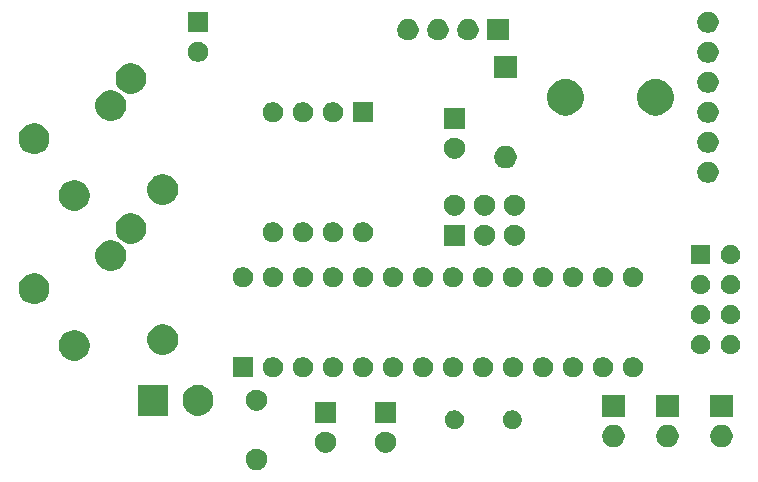
<source format=gbr>
G04 #@! TF.GenerationSoftware,KiCad,Pcbnew,5.1.5-52549c5~84~ubuntu18.04.1*
G04 #@! TF.CreationDate,2020-02-24T11:14:48+00:00*
G04 #@! TF.ProjectId,transmitter,7472616e-736d-4697-9474-65722e6b6963,rev?*
G04 #@! TF.SameCoordinates,Original*
G04 #@! TF.FileFunction,Soldermask,Top*
G04 #@! TF.FilePolarity,Negative*
%FSLAX46Y46*%
G04 Gerber Fmt 4.6, Leading zero omitted, Abs format (unit mm)*
G04 Created by KiCad (PCBNEW 5.1.5-52549c5~84~ubuntu18.04.1) date 2020-02-24 11:14:48*
%MOMM*%
%LPD*%
G04 APERTURE LIST*
%ADD10C,0.100000*%
G04 APERTURE END LIST*
D10*
G36*
X99681512Y-90717927D02*
G01*
X99830812Y-90747624D01*
X99994784Y-90815544D01*
X100142354Y-90914147D01*
X100267853Y-91039646D01*
X100366456Y-91187216D01*
X100434376Y-91351188D01*
X100469000Y-91525259D01*
X100469000Y-91702741D01*
X100434376Y-91876812D01*
X100366456Y-92040784D01*
X100267853Y-92188354D01*
X100142354Y-92313853D01*
X99994784Y-92412456D01*
X99830812Y-92480376D01*
X99681512Y-92510073D01*
X99656742Y-92515000D01*
X99479258Y-92515000D01*
X99454488Y-92510073D01*
X99305188Y-92480376D01*
X99141216Y-92412456D01*
X98993646Y-92313853D01*
X98868147Y-92188354D01*
X98769544Y-92040784D01*
X98701624Y-91876812D01*
X98667000Y-91702741D01*
X98667000Y-91525259D01*
X98701624Y-91351188D01*
X98769544Y-91187216D01*
X98868147Y-91039646D01*
X98993646Y-90914147D01*
X99141216Y-90815544D01*
X99305188Y-90747624D01*
X99454488Y-90717927D01*
X99479258Y-90713000D01*
X99656742Y-90713000D01*
X99681512Y-90717927D01*
G37*
G36*
X110603512Y-89273927D02*
G01*
X110752812Y-89303624D01*
X110916784Y-89371544D01*
X111064354Y-89470147D01*
X111189853Y-89595646D01*
X111288456Y-89743216D01*
X111356376Y-89907188D01*
X111391000Y-90081259D01*
X111391000Y-90258741D01*
X111356376Y-90432812D01*
X111288456Y-90596784D01*
X111189853Y-90744354D01*
X111064354Y-90869853D01*
X110916784Y-90968456D01*
X110752812Y-91036376D01*
X110603512Y-91066073D01*
X110578742Y-91071000D01*
X110401258Y-91071000D01*
X110376488Y-91066073D01*
X110227188Y-91036376D01*
X110063216Y-90968456D01*
X109915646Y-90869853D01*
X109790147Y-90744354D01*
X109691544Y-90596784D01*
X109623624Y-90432812D01*
X109589000Y-90258741D01*
X109589000Y-90081259D01*
X109623624Y-89907188D01*
X109691544Y-89743216D01*
X109790147Y-89595646D01*
X109915646Y-89470147D01*
X110063216Y-89371544D01*
X110227188Y-89303624D01*
X110376488Y-89273927D01*
X110401258Y-89269000D01*
X110578742Y-89269000D01*
X110603512Y-89273927D01*
G37*
G36*
X105523512Y-89273927D02*
G01*
X105672812Y-89303624D01*
X105836784Y-89371544D01*
X105984354Y-89470147D01*
X106109853Y-89595646D01*
X106208456Y-89743216D01*
X106276376Y-89907188D01*
X106311000Y-90081259D01*
X106311000Y-90258741D01*
X106276376Y-90432812D01*
X106208456Y-90596784D01*
X106109853Y-90744354D01*
X105984354Y-90869853D01*
X105836784Y-90968456D01*
X105672812Y-91036376D01*
X105523512Y-91066073D01*
X105498742Y-91071000D01*
X105321258Y-91071000D01*
X105296488Y-91066073D01*
X105147188Y-91036376D01*
X104983216Y-90968456D01*
X104835646Y-90869853D01*
X104710147Y-90744354D01*
X104611544Y-90596784D01*
X104543624Y-90432812D01*
X104509000Y-90258741D01*
X104509000Y-90081259D01*
X104543624Y-89907188D01*
X104611544Y-89743216D01*
X104710147Y-89595646D01*
X104835646Y-89470147D01*
X104983216Y-89371544D01*
X105147188Y-89303624D01*
X105296488Y-89273927D01*
X105321258Y-89269000D01*
X105498742Y-89269000D01*
X105523512Y-89273927D01*
G37*
G36*
X130071395Y-88747546D02*
G01*
X130244466Y-88819234D01*
X130244467Y-88819235D01*
X130400227Y-88923310D01*
X130532690Y-89055773D01*
X130532691Y-89055775D01*
X130636766Y-89211534D01*
X130708454Y-89384605D01*
X130745000Y-89568333D01*
X130745000Y-89755667D01*
X130708454Y-89939395D01*
X130636766Y-90112466D01*
X130636765Y-90112467D01*
X130532690Y-90268227D01*
X130400227Y-90400690D01*
X130352154Y-90432811D01*
X130244466Y-90504766D01*
X130071395Y-90576454D01*
X129887667Y-90613000D01*
X129700333Y-90613000D01*
X129516605Y-90576454D01*
X129343534Y-90504766D01*
X129235846Y-90432811D01*
X129187773Y-90400690D01*
X129055310Y-90268227D01*
X128951235Y-90112467D01*
X128951234Y-90112466D01*
X128879546Y-89939395D01*
X128843000Y-89755667D01*
X128843000Y-89568333D01*
X128879546Y-89384605D01*
X128951234Y-89211534D01*
X129055309Y-89055775D01*
X129055310Y-89055773D01*
X129187773Y-88923310D01*
X129343533Y-88819235D01*
X129343534Y-88819234D01*
X129516605Y-88747546D01*
X129700333Y-88711000D01*
X129887667Y-88711000D01*
X130071395Y-88747546D01*
G37*
G36*
X134643395Y-88747546D02*
G01*
X134816466Y-88819234D01*
X134816467Y-88819235D01*
X134972227Y-88923310D01*
X135104690Y-89055773D01*
X135104691Y-89055775D01*
X135208766Y-89211534D01*
X135280454Y-89384605D01*
X135317000Y-89568333D01*
X135317000Y-89755667D01*
X135280454Y-89939395D01*
X135208766Y-90112466D01*
X135208765Y-90112467D01*
X135104690Y-90268227D01*
X134972227Y-90400690D01*
X134924154Y-90432811D01*
X134816466Y-90504766D01*
X134643395Y-90576454D01*
X134459667Y-90613000D01*
X134272333Y-90613000D01*
X134088605Y-90576454D01*
X133915534Y-90504766D01*
X133807846Y-90432811D01*
X133759773Y-90400690D01*
X133627310Y-90268227D01*
X133523235Y-90112467D01*
X133523234Y-90112466D01*
X133451546Y-89939395D01*
X133415000Y-89755667D01*
X133415000Y-89568333D01*
X133451546Y-89384605D01*
X133523234Y-89211534D01*
X133627309Y-89055775D01*
X133627310Y-89055773D01*
X133759773Y-88923310D01*
X133915533Y-88819235D01*
X133915534Y-88819234D01*
X134088605Y-88747546D01*
X134272333Y-88711000D01*
X134459667Y-88711000D01*
X134643395Y-88747546D01*
G37*
G36*
X139215395Y-88747546D02*
G01*
X139388466Y-88819234D01*
X139388467Y-88819235D01*
X139544227Y-88923310D01*
X139676690Y-89055773D01*
X139676691Y-89055775D01*
X139780766Y-89211534D01*
X139852454Y-89384605D01*
X139889000Y-89568333D01*
X139889000Y-89755667D01*
X139852454Y-89939395D01*
X139780766Y-90112466D01*
X139780765Y-90112467D01*
X139676690Y-90268227D01*
X139544227Y-90400690D01*
X139496154Y-90432811D01*
X139388466Y-90504766D01*
X139215395Y-90576454D01*
X139031667Y-90613000D01*
X138844333Y-90613000D01*
X138660605Y-90576454D01*
X138487534Y-90504766D01*
X138379846Y-90432811D01*
X138331773Y-90400690D01*
X138199310Y-90268227D01*
X138095235Y-90112467D01*
X138095234Y-90112466D01*
X138023546Y-89939395D01*
X137987000Y-89755667D01*
X137987000Y-89568333D01*
X138023546Y-89384605D01*
X138095234Y-89211534D01*
X138199309Y-89055775D01*
X138199310Y-89055773D01*
X138331773Y-88923310D01*
X138487533Y-88819235D01*
X138487534Y-88819234D01*
X138660605Y-88747546D01*
X138844333Y-88711000D01*
X139031667Y-88711000D01*
X139215395Y-88747546D01*
G37*
G36*
X121465642Y-87494781D02*
G01*
X121611414Y-87555162D01*
X121611416Y-87555163D01*
X121742608Y-87642822D01*
X121854178Y-87754392D01*
X121927880Y-87864696D01*
X121941838Y-87885586D01*
X122002219Y-88031358D01*
X122033000Y-88186107D01*
X122033000Y-88343893D01*
X122002219Y-88498642D01*
X121941838Y-88644414D01*
X121941837Y-88644416D01*
X121854178Y-88775608D01*
X121742608Y-88887178D01*
X121611416Y-88974837D01*
X121611415Y-88974838D01*
X121611414Y-88974838D01*
X121465642Y-89035219D01*
X121310893Y-89066000D01*
X121153107Y-89066000D01*
X120998358Y-89035219D01*
X120852586Y-88974838D01*
X120852585Y-88974838D01*
X120852584Y-88974837D01*
X120721392Y-88887178D01*
X120609822Y-88775608D01*
X120522163Y-88644416D01*
X120522162Y-88644414D01*
X120461781Y-88498642D01*
X120431000Y-88343893D01*
X120431000Y-88186107D01*
X120461781Y-88031358D01*
X120522162Y-87885586D01*
X120536120Y-87864696D01*
X120609822Y-87754392D01*
X120721392Y-87642822D01*
X120852584Y-87555163D01*
X120852586Y-87555162D01*
X120998358Y-87494781D01*
X121153107Y-87464000D01*
X121310893Y-87464000D01*
X121465642Y-87494781D01*
G37*
G36*
X116565642Y-87494781D02*
G01*
X116711414Y-87555162D01*
X116711416Y-87555163D01*
X116842608Y-87642822D01*
X116954178Y-87754392D01*
X117027880Y-87864696D01*
X117041838Y-87885586D01*
X117102219Y-88031358D01*
X117133000Y-88186107D01*
X117133000Y-88343893D01*
X117102219Y-88498642D01*
X117041838Y-88644414D01*
X117041837Y-88644416D01*
X116954178Y-88775608D01*
X116842608Y-88887178D01*
X116711416Y-88974837D01*
X116711415Y-88974838D01*
X116711414Y-88974838D01*
X116565642Y-89035219D01*
X116410893Y-89066000D01*
X116253107Y-89066000D01*
X116098358Y-89035219D01*
X115952586Y-88974838D01*
X115952585Y-88974838D01*
X115952584Y-88974837D01*
X115821392Y-88887178D01*
X115709822Y-88775608D01*
X115622163Y-88644416D01*
X115622162Y-88644414D01*
X115561781Y-88498642D01*
X115531000Y-88343893D01*
X115531000Y-88186107D01*
X115561781Y-88031358D01*
X115622162Y-87885586D01*
X115636120Y-87864696D01*
X115709822Y-87754392D01*
X115821392Y-87642822D01*
X115952584Y-87555163D01*
X115952586Y-87555162D01*
X116098358Y-87494781D01*
X116253107Y-87464000D01*
X116410893Y-87464000D01*
X116565642Y-87494781D01*
G37*
G36*
X111391000Y-88531000D02*
G01*
X109589000Y-88531000D01*
X109589000Y-86729000D01*
X111391000Y-86729000D01*
X111391000Y-88531000D01*
G37*
G36*
X106311000Y-88531000D02*
G01*
X104509000Y-88531000D01*
X104509000Y-86729000D01*
X106311000Y-86729000D01*
X106311000Y-88531000D01*
G37*
G36*
X135317000Y-88073000D02*
G01*
X133415000Y-88073000D01*
X133415000Y-86171000D01*
X135317000Y-86171000D01*
X135317000Y-88073000D01*
G37*
G36*
X130745000Y-88073000D02*
G01*
X128843000Y-88073000D01*
X128843000Y-86171000D01*
X130745000Y-86171000D01*
X130745000Y-88073000D01*
G37*
G36*
X139889000Y-88073000D02*
G01*
X137987000Y-88073000D01*
X137987000Y-86171000D01*
X139889000Y-86171000D01*
X139889000Y-88073000D01*
G37*
G36*
X94994393Y-85363304D02*
G01*
X95231101Y-85461352D01*
X95231103Y-85461353D01*
X95444135Y-85603696D01*
X95625304Y-85784865D01*
X95767647Y-85997897D01*
X95767648Y-85997899D01*
X95865696Y-86234607D01*
X95915680Y-86485893D01*
X95915680Y-86742107D01*
X95865696Y-86993393D01*
X95784940Y-87188354D01*
X95767647Y-87230103D01*
X95625304Y-87443135D01*
X95444135Y-87624304D01*
X95231103Y-87766647D01*
X95231102Y-87766648D01*
X95231101Y-87766648D01*
X94994393Y-87864696D01*
X94743107Y-87914680D01*
X94486893Y-87914680D01*
X94235607Y-87864696D01*
X93998899Y-87766648D01*
X93998898Y-87766648D01*
X93998897Y-87766647D01*
X93785865Y-87624304D01*
X93604696Y-87443135D01*
X93462353Y-87230103D01*
X93445060Y-87188354D01*
X93364304Y-86993393D01*
X93314320Y-86742107D01*
X93314320Y-86485893D01*
X93364304Y-86234607D01*
X93462352Y-85997899D01*
X93462353Y-85997897D01*
X93604696Y-85784865D01*
X93785865Y-85603696D01*
X93998897Y-85461353D01*
X93998899Y-85461352D01*
X94235607Y-85363304D01*
X94486893Y-85313320D01*
X94743107Y-85313320D01*
X94994393Y-85363304D01*
G37*
G36*
X92105680Y-87914680D02*
G01*
X89504320Y-87914680D01*
X89504320Y-85313320D01*
X92105680Y-85313320D01*
X92105680Y-87914680D01*
G37*
G36*
X99681512Y-85717927D02*
G01*
X99830812Y-85747624D01*
X99994784Y-85815544D01*
X100142354Y-85914147D01*
X100267853Y-86039646D01*
X100366456Y-86187216D01*
X100434376Y-86351188D01*
X100469000Y-86525259D01*
X100469000Y-86702741D01*
X100434376Y-86876812D01*
X100366456Y-87040784D01*
X100267853Y-87188354D01*
X100142354Y-87313853D01*
X99994784Y-87412456D01*
X99830812Y-87480376D01*
X99681512Y-87510073D01*
X99656742Y-87515000D01*
X99479258Y-87515000D01*
X99454488Y-87510073D01*
X99305188Y-87480376D01*
X99141216Y-87412456D01*
X98993646Y-87313853D01*
X98868147Y-87188354D01*
X98769544Y-87040784D01*
X98701624Y-86876812D01*
X98667000Y-86702741D01*
X98667000Y-86525259D01*
X98701624Y-86351188D01*
X98769544Y-86187216D01*
X98868147Y-86039646D01*
X98993646Y-85914147D01*
X99141216Y-85815544D01*
X99305188Y-85747624D01*
X99454488Y-85717927D01*
X99479258Y-85713000D01*
X99656742Y-85713000D01*
X99681512Y-85717927D01*
G37*
G36*
X108833228Y-83001703D02*
G01*
X108988100Y-83065853D01*
X109127481Y-83158985D01*
X109246015Y-83277519D01*
X109339147Y-83416900D01*
X109403297Y-83571772D01*
X109436000Y-83736184D01*
X109436000Y-83903816D01*
X109403297Y-84068228D01*
X109339147Y-84223100D01*
X109246015Y-84362481D01*
X109127481Y-84481015D01*
X108988100Y-84574147D01*
X108833228Y-84638297D01*
X108668816Y-84671000D01*
X108501184Y-84671000D01*
X108336772Y-84638297D01*
X108181900Y-84574147D01*
X108042519Y-84481015D01*
X107923985Y-84362481D01*
X107830853Y-84223100D01*
X107766703Y-84068228D01*
X107734000Y-83903816D01*
X107734000Y-83736184D01*
X107766703Y-83571772D01*
X107830853Y-83416900D01*
X107923985Y-83277519D01*
X108042519Y-83158985D01*
X108181900Y-83065853D01*
X108336772Y-83001703D01*
X108501184Y-82969000D01*
X108668816Y-82969000D01*
X108833228Y-83001703D01*
G37*
G36*
X131693228Y-83001703D02*
G01*
X131848100Y-83065853D01*
X131987481Y-83158985D01*
X132106015Y-83277519D01*
X132199147Y-83416900D01*
X132263297Y-83571772D01*
X132296000Y-83736184D01*
X132296000Y-83903816D01*
X132263297Y-84068228D01*
X132199147Y-84223100D01*
X132106015Y-84362481D01*
X131987481Y-84481015D01*
X131848100Y-84574147D01*
X131693228Y-84638297D01*
X131528816Y-84671000D01*
X131361184Y-84671000D01*
X131196772Y-84638297D01*
X131041900Y-84574147D01*
X130902519Y-84481015D01*
X130783985Y-84362481D01*
X130690853Y-84223100D01*
X130626703Y-84068228D01*
X130594000Y-83903816D01*
X130594000Y-83736184D01*
X130626703Y-83571772D01*
X130690853Y-83416900D01*
X130783985Y-83277519D01*
X130902519Y-83158985D01*
X131041900Y-83065853D01*
X131196772Y-83001703D01*
X131361184Y-82969000D01*
X131528816Y-82969000D01*
X131693228Y-83001703D01*
G37*
G36*
X129153228Y-83001703D02*
G01*
X129308100Y-83065853D01*
X129447481Y-83158985D01*
X129566015Y-83277519D01*
X129659147Y-83416900D01*
X129723297Y-83571772D01*
X129756000Y-83736184D01*
X129756000Y-83903816D01*
X129723297Y-84068228D01*
X129659147Y-84223100D01*
X129566015Y-84362481D01*
X129447481Y-84481015D01*
X129308100Y-84574147D01*
X129153228Y-84638297D01*
X128988816Y-84671000D01*
X128821184Y-84671000D01*
X128656772Y-84638297D01*
X128501900Y-84574147D01*
X128362519Y-84481015D01*
X128243985Y-84362481D01*
X128150853Y-84223100D01*
X128086703Y-84068228D01*
X128054000Y-83903816D01*
X128054000Y-83736184D01*
X128086703Y-83571772D01*
X128150853Y-83416900D01*
X128243985Y-83277519D01*
X128362519Y-83158985D01*
X128501900Y-83065853D01*
X128656772Y-83001703D01*
X128821184Y-82969000D01*
X128988816Y-82969000D01*
X129153228Y-83001703D01*
G37*
G36*
X126613228Y-83001703D02*
G01*
X126768100Y-83065853D01*
X126907481Y-83158985D01*
X127026015Y-83277519D01*
X127119147Y-83416900D01*
X127183297Y-83571772D01*
X127216000Y-83736184D01*
X127216000Y-83903816D01*
X127183297Y-84068228D01*
X127119147Y-84223100D01*
X127026015Y-84362481D01*
X126907481Y-84481015D01*
X126768100Y-84574147D01*
X126613228Y-84638297D01*
X126448816Y-84671000D01*
X126281184Y-84671000D01*
X126116772Y-84638297D01*
X125961900Y-84574147D01*
X125822519Y-84481015D01*
X125703985Y-84362481D01*
X125610853Y-84223100D01*
X125546703Y-84068228D01*
X125514000Y-83903816D01*
X125514000Y-83736184D01*
X125546703Y-83571772D01*
X125610853Y-83416900D01*
X125703985Y-83277519D01*
X125822519Y-83158985D01*
X125961900Y-83065853D01*
X126116772Y-83001703D01*
X126281184Y-82969000D01*
X126448816Y-82969000D01*
X126613228Y-83001703D01*
G37*
G36*
X99276000Y-84671000D02*
G01*
X97574000Y-84671000D01*
X97574000Y-82969000D01*
X99276000Y-82969000D01*
X99276000Y-84671000D01*
G37*
G36*
X101213228Y-83001703D02*
G01*
X101368100Y-83065853D01*
X101507481Y-83158985D01*
X101626015Y-83277519D01*
X101719147Y-83416900D01*
X101783297Y-83571772D01*
X101816000Y-83736184D01*
X101816000Y-83903816D01*
X101783297Y-84068228D01*
X101719147Y-84223100D01*
X101626015Y-84362481D01*
X101507481Y-84481015D01*
X101368100Y-84574147D01*
X101213228Y-84638297D01*
X101048816Y-84671000D01*
X100881184Y-84671000D01*
X100716772Y-84638297D01*
X100561900Y-84574147D01*
X100422519Y-84481015D01*
X100303985Y-84362481D01*
X100210853Y-84223100D01*
X100146703Y-84068228D01*
X100114000Y-83903816D01*
X100114000Y-83736184D01*
X100146703Y-83571772D01*
X100210853Y-83416900D01*
X100303985Y-83277519D01*
X100422519Y-83158985D01*
X100561900Y-83065853D01*
X100716772Y-83001703D01*
X100881184Y-82969000D01*
X101048816Y-82969000D01*
X101213228Y-83001703D01*
G37*
G36*
X106293228Y-83001703D02*
G01*
X106448100Y-83065853D01*
X106587481Y-83158985D01*
X106706015Y-83277519D01*
X106799147Y-83416900D01*
X106863297Y-83571772D01*
X106896000Y-83736184D01*
X106896000Y-83903816D01*
X106863297Y-84068228D01*
X106799147Y-84223100D01*
X106706015Y-84362481D01*
X106587481Y-84481015D01*
X106448100Y-84574147D01*
X106293228Y-84638297D01*
X106128816Y-84671000D01*
X105961184Y-84671000D01*
X105796772Y-84638297D01*
X105641900Y-84574147D01*
X105502519Y-84481015D01*
X105383985Y-84362481D01*
X105290853Y-84223100D01*
X105226703Y-84068228D01*
X105194000Y-83903816D01*
X105194000Y-83736184D01*
X105226703Y-83571772D01*
X105290853Y-83416900D01*
X105383985Y-83277519D01*
X105502519Y-83158985D01*
X105641900Y-83065853D01*
X105796772Y-83001703D01*
X105961184Y-82969000D01*
X106128816Y-82969000D01*
X106293228Y-83001703D01*
G37*
G36*
X111373228Y-83001703D02*
G01*
X111528100Y-83065853D01*
X111667481Y-83158985D01*
X111786015Y-83277519D01*
X111879147Y-83416900D01*
X111943297Y-83571772D01*
X111976000Y-83736184D01*
X111976000Y-83903816D01*
X111943297Y-84068228D01*
X111879147Y-84223100D01*
X111786015Y-84362481D01*
X111667481Y-84481015D01*
X111528100Y-84574147D01*
X111373228Y-84638297D01*
X111208816Y-84671000D01*
X111041184Y-84671000D01*
X110876772Y-84638297D01*
X110721900Y-84574147D01*
X110582519Y-84481015D01*
X110463985Y-84362481D01*
X110370853Y-84223100D01*
X110306703Y-84068228D01*
X110274000Y-83903816D01*
X110274000Y-83736184D01*
X110306703Y-83571772D01*
X110370853Y-83416900D01*
X110463985Y-83277519D01*
X110582519Y-83158985D01*
X110721900Y-83065853D01*
X110876772Y-83001703D01*
X111041184Y-82969000D01*
X111208816Y-82969000D01*
X111373228Y-83001703D01*
G37*
G36*
X113913228Y-83001703D02*
G01*
X114068100Y-83065853D01*
X114207481Y-83158985D01*
X114326015Y-83277519D01*
X114419147Y-83416900D01*
X114483297Y-83571772D01*
X114516000Y-83736184D01*
X114516000Y-83903816D01*
X114483297Y-84068228D01*
X114419147Y-84223100D01*
X114326015Y-84362481D01*
X114207481Y-84481015D01*
X114068100Y-84574147D01*
X113913228Y-84638297D01*
X113748816Y-84671000D01*
X113581184Y-84671000D01*
X113416772Y-84638297D01*
X113261900Y-84574147D01*
X113122519Y-84481015D01*
X113003985Y-84362481D01*
X112910853Y-84223100D01*
X112846703Y-84068228D01*
X112814000Y-83903816D01*
X112814000Y-83736184D01*
X112846703Y-83571772D01*
X112910853Y-83416900D01*
X113003985Y-83277519D01*
X113122519Y-83158985D01*
X113261900Y-83065853D01*
X113416772Y-83001703D01*
X113581184Y-82969000D01*
X113748816Y-82969000D01*
X113913228Y-83001703D01*
G37*
G36*
X116453228Y-83001703D02*
G01*
X116608100Y-83065853D01*
X116747481Y-83158985D01*
X116866015Y-83277519D01*
X116959147Y-83416900D01*
X117023297Y-83571772D01*
X117056000Y-83736184D01*
X117056000Y-83903816D01*
X117023297Y-84068228D01*
X116959147Y-84223100D01*
X116866015Y-84362481D01*
X116747481Y-84481015D01*
X116608100Y-84574147D01*
X116453228Y-84638297D01*
X116288816Y-84671000D01*
X116121184Y-84671000D01*
X115956772Y-84638297D01*
X115801900Y-84574147D01*
X115662519Y-84481015D01*
X115543985Y-84362481D01*
X115450853Y-84223100D01*
X115386703Y-84068228D01*
X115354000Y-83903816D01*
X115354000Y-83736184D01*
X115386703Y-83571772D01*
X115450853Y-83416900D01*
X115543985Y-83277519D01*
X115662519Y-83158985D01*
X115801900Y-83065853D01*
X115956772Y-83001703D01*
X116121184Y-82969000D01*
X116288816Y-82969000D01*
X116453228Y-83001703D01*
G37*
G36*
X118993228Y-83001703D02*
G01*
X119148100Y-83065853D01*
X119287481Y-83158985D01*
X119406015Y-83277519D01*
X119499147Y-83416900D01*
X119563297Y-83571772D01*
X119596000Y-83736184D01*
X119596000Y-83903816D01*
X119563297Y-84068228D01*
X119499147Y-84223100D01*
X119406015Y-84362481D01*
X119287481Y-84481015D01*
X119148100Y-84574147D01*
X118993228Y-84638297D01*
X118828816Y-84671000D01*
X118661184Y-84671000D01*
X118496772Y-84638297D01*
X118341900Y-84574147D01*
X118202519Y-84481015D01*
X118083985Y-84362481D01*
X117990853Y-84223100D01*
X117926703Y-84068228D01*
X117894000Y-83903816D01*
X117894000Y-83736184D01*
X117926703Y-83571772D01*
X117990853Y-83416900D01*
X118083985Y-83277519D01*
X118202519Y-83158985D01*
X118341900Y-83065853D01*
X118496772Y-83001703D01*
X118661184Y-82969000D01*
X118828816Y-82969000D01*
X118993228Y-83001703D01*
G37*
G36*
X121533228Y-83001703D02*
G01*
X121688100Y-83065853D01*
X121827481Y-83158985D01*
X121946015Y-83277519D01*
X122039147Y-83416900D01*
X122103297Y-83571772D01*
X122136000Y-83736184D01*
X122136000Y-83903816D01*
X122103297Y-84068228D01*
X122039147Y-84223100D01*
X121946015Y-84362481D01*
X121827481Y-84481015D01*
X121688100Y-84574147D01*
X121533228Y-84638297D01*
X121368816Y-84671000D01*
X121201184Y-84671000D01*
X121036772Y-84638297D01*
X120881900Y-84574147D01*
X120742519Y-84481015D01*
X120623985Y-84362481D01*
X120530853Y-84223100D01*
X120466703Y-84068228D01*
X120434000Y-83903816D01*
X120434000Y-83736184D01*
X120466703Y-83571772D01*
X120530853Y-83416900D01*
X120623985Y-83277519D01*
X120742519Y-83158985D01*
X120881900Y-83065853D01*
X121036772Y-83001703D01*
X121201184Y-82969000D01*
X121368816Y-82969000D01*
X121533228Y-83001703D01*
G37*
G36*
X103753228Y-83001703D02*
G01*
X103908100Y-83065853D01*
X104047481Y-83158985D01*
X104166015Y-83277519D01*
X104259147Y-83416900D01*
X104323297Y-83571772D01*
X104356000Y-83736184D01*
X104356000Y-83903816D01*
X104323297Y-84068228D01*
X104259147Y-84223100D01*
X104166015Y-84362481D01*
X104047481Y-84481015D01*
X103908100Y-84574147D01*
X103753228Y-84638297D01*
X103588816Y-84671000D01*
X103421184Y-84671000D01*
X103256772Y-84638297D01*
X103101900Y-84574147D01*
X102962519Y-84481015D01*
X102843985Y-84362481D01*
X102750853Y-84223100D01*
X102686703Y-84068228D01*
X102654000Y-83903816D01*
X102654000Y-83736184D01*
X102686703Y-83571772D01*
X102750853Y-83416900D01*
X102843985Y-83277519D01*
X102962519Y-83158985D01*
X103101900Y-83065853D01*
X103256772Y-83001703D01*
X103421184Y-82969000D01*
X103588816Y-82969000D01*
X103753228Y-83001703D01*
G37*
G36*
X124073228Y-83001703D02*
G01*
X124228100Y-83065853D01*
X124367481Y-83158985D01*
X124486015Y-83277519D01*
X124579147Y-83416900D01*
X124643297Y-83571772D01*
X124676000Y-83736184D01*
X124676000Y-83903816D01*
X124643297Y-84068228D01*
X124579147Y-84223100D01*
X124486015Y-84362481D01*
X124367481Y-84481015D01*
X124228100Y-84574147D01*
X124073228Y-84638297D01*
X123908816Y-84671000D01*
X123741184Y-84671000D01*
X123576772Y-84638297D01*
X123421900Y-84574147D01*
X123282519Y-84481015D01*
X123163985Y-84362481D01*
X123070853Y-84223100D01*
X123006703Y-84068228D01*
X122974000Y-83903816D01*
X122974000Y-83736184D01*
X123006703Y-83571772D01*
X123070853Y-83416900D01*
X123163985Y-83277519D01*
X123282519Y-83158985D01*
X123421900Y-83065853D01*
X123576772Y-83001703D01*
X123741184Y-82969000D01*
X123908816Y-82969000D01*
X124073228Y-83001703D01*
G37*
G36*
X84519487Y-80722996D02*
G01*
X84756253Y-80821068D01*
X84756255Y-80821069D01*
X84969339Y-80963447D01*
X85150553Y-81144661D01*
X85284992Y-81345863D01*
X85292932Y-81357747D01*
X85391004Y-81594513D01*
X85441000Y-81845861D01*
X85441000Y-82102139D01*
X85391004Y-82353487D01*
X85292932Y-82590253D01*
X85292931Y-82590255D01*
X85150553Y-82803339D01*
X84969339Y-82984553D01*
X84756255Y-83126931D01*
X84756254Y-83126932D01*
X84756253Y-83126932D01*
X84519487Y-83225004D01*
X84268139Y-83275000D01*
X84011861Y-83275000D01*
X83760513Y-83225004D01*
X83523747Y-83126932D01*
X83523746Y-83126932D01*
X83523745Y-83126931D01*
X83310661Y-82984553D01*
X83129447Y-82803339D01*
X82987069Y-82590255D01*
X82987068Y-82590253D01*
X82888996Y-82353487D01*
X82839000Y-82102139D01*
X82839000Y-81845861D01*
X82888996Y-81594513D01*
X82987068Y-81357747D01*
X82995009Y-81345863D01*
X83129447Y-81144661D01*
X83310661Y-80963447D01*
X83523745Y-80821069D01*
X83523747Y-80821068D01*
X83760513Y-80722996D01*
X84011861Y-80673000D01*
X84268139Y-80673000D01*
X84519487Y-80722996D01*
G37*
G36*
X92019487Y-80222996D02*
G01*
X92256253Y-80321068D01*
X92256255Y-80321069D01*
X92469339Y-80463447D01*
X92650553Y-80644661D01*
X92792932Y-80857747D01*
X92891004Y-81094513D01*
X92941000Y-81345861D01*
X92941000Y-81602139D01*
X92891004Y-81853487D01*
X92832356Y-81995075D01*
X92792931Y-82090255D01*
X92650553Y-82303339D01*
X92469339Y-82484553D01*
X92256255Y-82626931D01*
X92256254Y-82626932D01*
X92256253Y-82626932D01*
X92019487Y-82725004D01*
X91768139Y-82775000D01*
X91511861Y-82775000D01*
X91260513Y-82725004D01*
X91023747Y-82626932D01*
X91023746Y-82626932D01*
X91023745Y-82626931D01*
X90810661Y-82484553D01*
X90629447Y-82303339D01*
X90487069Y-82090255D01*
X90447644Y-81995075D01*
X90388996Y-81853487D01*
X90339000Y-81602139D01*
X90339000Y-81345861D01*
X90388996Y-81094513D01*
X90487068Y-80857747D01*
X90629447Y-80644661D01*
X90810661Y-80463447D01*
X91023745Y-80321069D01*
X91023747Y-80321068D01*
X91260513Y-80222996D01*
X91511861Y-80173000D01*
X91768139Y-80173000D01*
X92019487Y-80222996D01*
G37*
G36*
X139937142Y-81133242D02*
G01*
X140085101Y-81194529D01*
X140218255Y-81283499D01*
X140331501Y-81396745D01*
X140420471Y-81529899D01*
X140481758Y-81677858D01*
X140513000Y-81834925D01*
X140513000Y-81995075D01*
X140481758Y-82152142D01*
X140420471Y-82300101D01*
X140331501Y-82433255D01*
X140218255Y-82546501D01*
X140085101Y-82635471D01*
X139937142Y-82696758D01*
X139780075Y-82728000D01*
X139619925Y-82728000D01*
X139462858Y-82696758D01*
X139314899Y-82635471D01*
X139181745Y-82546501D01*
X139068499Y-82433255D01*
X138979529Y-82300101D01*
X138918242Y-82152142D01*
X138887000Y-81995075D01*
X138887000Y-81834925D01*
X138918242Y-81677858D01*
X138979529Y-81529899D01*
X139068499Y-81396745D01*
X139181745Y-81283499D01*
X139314899Y-81194529D01*
X139462858Y-81133242D01*
X139619925Y-81102000D01*
X139780075Y-81102000D01*
X139937142Y-81133242D01*
G37*
G36*
X137397142Y-81133242D02*
G01*
X137545101Y-81194529D01*
X137678255Y-81283499D01*
X137791501Y-81396745D01*
X137880471Y-81529899D01*
X137941758Y-81677858D01*
X137973000Y-81834925D01*
X137973000Y-81995075D01*
X137941758Y-82152142D01*
X137880471Y-82300101D01*
X137791501Y-82433255D01*
X137678255Y-82546501D01*
X137545101Y-82635471D01*
X137397142Y-82696758D01*
X137240075Y-82728000D01*
X137079925Y-82728000D01*
X136922858Y-82696758D01*
X136774899Y-82635471D01*
X136641745Y-82546501D01*
X136528499Y-82433255D01*
X136439529Y-82300101D01*
X136378242Y-82152142D01*
X136347000Y-81995075D01*
X136347000Y-81834925D01*
X136378242Y-81677858D01*
X136439529Y-81529899D01*
X136528499Y-81396745D01*
X136641745Y-81283499D01*
X136774899Y-81194529D01*
X136922858Y-81133242D01*
X137079925Y-81102000D01*
X137240075Y-81102000D01*
X137397142Y-81133242D01*
G37*
G36*
X139937142Y-78593242D02*
G01*
X140085101Y-78654529D01*
X140218255Y-78743499D01*
X140331501Y-78856745D01*
X140420471Y-78989899D01*
X140481758Y-79137858D01*
X140513000Y-79294925D01*
X140513000Y-79455075D01*
X140481758Y-79612142D01*
X140420471Y-79760101D01*
X140331501Y-79893255D01*
X140218255Y-80006501D01*
X140085101Y-80095471D01*
X139937142Y-80156758D01*
X139780075Y-80188000D01*
X139619925Y-80188000D01*
X139462858Y-80156758D01*
X139314899Y-80095471D01*
X139181745Y-80006501D01*
X139068499Y-79893255D01*
X138979529Y-79760101D01*
X138918242Y-79612142D01*
X138887000Y-79455075D01*
X138887000Y-79294925D01*
X138918242Y-79137858D01*
X138979529Y-78989899D01*
X139068499Y-78856745D01*
X139181745Y-78743499D01*
X139314899Y-78654529D01*
X139462858Y-78593242D01*
X139619925Y-78562000D01*
X139780075Y-78562000D01*
X139937142Y-78593242D01*
G37*
G36*
X137397142Y-78593242D02*
G01*
X137545101Y-78654529D01*
X137678255Y-78743499D01*
X137791501Y-78856745D01*
X137880471Y-78989899D01*
X137941758Y-79137858D01*
X137973000Y-79294925D01*
X137973000Y-79455075D01*
X137941758Y-79612142D01*
X137880471Y-79760101D01*
X137791501Y-79893255D01*
X137678255Y-80006501D01*
X137545101Y-80095471D01*
X137397142Y-80156758D01*
X137240075Y-80188000D01*
X137079925Y-80188000D01*
X136922858Y-80156758D01*
X136774899Y-80095471D01*
X136641745Y-80006501D01*
X136528499Y-79893255D01*
X136439529Y-79760101D01*
X136378242Y-79612142D01*
X136347000Y-79455075D01*
X136347000Y-79294925D01*
X136378242Y-79137858D01*
X136439529Y-78989899D01*
X136528499Y-78856745D01*
X136641745Y-78743499D01*
X136774899Y-78654529D01*
X136922858Y-78593242D01*
X137079925Y-78562000D01*
X137240075Y-78562000D01*
X137397142Y-78593242D01*
G37*
G36*
X81119487Y-75922996D02*
G01*
X81356253Y-76021068D01*
X81356255Y-76021069D01*
X81496128Y-76114529D01*
X81569339Y-76163447D01*
X81750553Y-76344661D01*
X81892932Y-76557747D01*
X81991004Y-76794513D01*
X82041000Y-77045861D01*
X82041000Y-77302139D01*
X81991004Y-77553487D01*
X81964796Y-77616758D01*
X81892931Y-77790255D01*
X81750553Y-78003339D01*
X81569339Y-78184553D01*
X81356255Y-78326931D01*
X81356254Y-78326932D01*
X81356253Y-78326932D01*
X81119487Y-78425004D01*
X80868139Y-78475000D01*
X80611861Y-78475000D01*
X80360513Y-78425004D01*
X80123747Y-78326932D01*
X80123746Y-78326932D01*
X80123745Y-78326931D01*
X79910661Y-78184553D01*
X79729447Y-78003339D01*
X79587069Y-77790255D01*
X79515204Y-77616758D01*
X79488996Y-77553487D01*
X79439000Y-77302139D01*
X79439000Y-77045861D01*
X79488996Y-76794513D01*
X79587068Y-76557747D01*
X79729447Y-76344661D01*
X79910661Y-76163447D01*
X79983872Y-76114529D01*
X80123745Y-76021069D01*
X80123747Y-76021068D01*
X80360513Y-75922996D01*
X80611861Y-75873000D01*
X80868139Y-75873000D01*
X81119487Y-75922996D01*
G37*
G36*
X137397142Y-76053242D02*
G01*
X137545101Y-76114529D01*
X137678255Y-76203499D01*
X137791501Y-76316745D01*
X137880471Y-76449899D01*
X137941758Y-76597858D01*
X137973000Y-76754925D01*
X137973000Y-76915075D01*
X137941758Y-77072142D01*
X137880471Y-77220101D01*
X137791501Y-77353255D01*
X137678255Y-77466501D01*
X137545101Y-77555471D01*
X137397142Y-77616758D01*
X137240075Y-77648000D01*
X137079925Y-77648000D01*
X136922858Y-77616758D01*
X136774899Y-77555471D01*
X136641745Y-77466501D01*
X136528499Y-77353255D01*
X136439529Y-77220101D01*
X136378242Y-77072142D01*
X136347000Y-76915075D01*
X136347000Y-76754925D01*
X136378242Y-76597858D01*
X136439529Y-76449899D01*
X136528499Y-76316745D01*
X136641745Y-76203499D01*
X136774899Y-76114529D01*
X136922858Y-76053242D01*
X137079925Y-76022000D01*
X137240075Y-76022000D01*
X137397142Y-76053242D01*
G37*
G36*
X139937142Y-76053242D02*
G01*
X140085101Y-76114529D01*
X140218255Y-76203499D01*
X140331501Y-76316745D01*
X140420471Y-76449899D01*
X140481758Y-76597858D01*
X140513000Y-76754925D01*
X140513000Y-76915075D01*
X140481758Y-77072142D01*
X140420471Y-77220101D01*
X140331501Y-77353255D01*
X140218255Y-77466501D01*
X140085101Y-77555471D01*
X139937142Y-77616758D01*
X139780075Y-77648000D01*
X139619925Y-77648000D01*
X139462858Y-77616758D01*
X139314899Y-77555471D01*
X139181745Y-77466501D01*
X139068499Y-77353255D01*
X138979529Y-77220101D01*
X138918242Y-77072142D01*
X138887000Y-76915075D01*
X138887000Y-76754925D01*
X138918242Y-76597858D01*
X138979529Y-76449899D01*
X139068499Y-76316745D01*
X139181745Y-76203499D01*
X139314899Y-76114529D01*
X139462858Y-76053242D01*
X139619925Y-76022000D01*
X139780075Y-76022000D01*
X139937142Y-76053242D01*
G37*
G36*
X103753228Y-75381703D02*
G01*
X103908100Y-75445853D01*
X104047481Y-75538985D01*
X104166015Y-75657519D01*
X104259147Y-75796900D01*
X104323297Y-75951772D01*
X104356000Y-76116184D01*
X104356000Y-76283816D01*
X104323297Y-76448228D01*
X104259147Y-76603100D01*
X104166015Y-76742481D01*
X104047481Y-76861015D01*
X103908100Y-76954147D01*
X103753228Y-77018297D01*
X103588816Y-77051000D01*
X103421184Y-77051000D01*
X103256772Y-77018297D01*
X103101900Y-76954147D01*
X102962519Y-76861015D01*
X102843985Y-76742481D01*
X102750853Y-76603100D01*
X102686703Y-76448228D01*
X102654000Y-76283816D01*
X102654000Y-76116184D01*
X102686703Y-75951772D01*
X102750853Y-75796900D01*
X102843985Y-75657519D01*
X102962519Y-75538985D01*
X103101900Y-75445853D01*
X103256772Y-75381703D01*
X103421184Y-75349000D01*
X103588816Y-75349000D01*
X103753228Y-75381703D01*
G37*
G36*
X118993228Y-75381703D02*
G01*
X119148100Y-75445853D01*
X119287481Y-75538985D01*
X119406015Y-75657519D01*
X119499147Y-75796900D01*
X119563297Y-75951772D01*
X119596000Y-76116184D01*
X119596000Y-76283816D01*
X119563297Y-76448228D01*
X119499147Y-76603100D01*
X119406015Y-76742481D01*
X119287481Y-76861015D01*
X119148100Y-76954147D01*
X118993228Y-77018297D01*
X118828816Y-77051000D01*
X118661184Y-77051000D01*
X118496772Y-77018297D01*
X118341900Y-76954147D01*
X118202519Y-76861015D01*
X118083985Y-76742481D01*
X117990853Y-76603100D01*
X117926703Y-76448228D01*
X117894000Y-76283816D01*
X117894000Y-76116184D01*
X117926703Y-75951772D01*
X117990853Y-75796900D01*
X118083985Y-75657519D01*
X118202519Y-75538985D01*
X118341900Y-75445853D01*
X118496772Y-75381703D01*
X118661184Y-75349000D01*
X118828816Y-75349000D01*
X118993228Y-75381703D01*
G37*
G36*
X101213228Y-75381703D02*
G01*
X101368100Y-75445853D01*
X101507481Y-75538985D01*
X101626015Y-75657519D01*
X101719147Y-75796900D01*
X101783297Y-75951772D01*
X101816000Y-76116184D01*
X101816000Y-76283816D01*
X101783297Y-76448228D01*
X101719147Y-76603100D01*
X101626015Y-76742481D01*
X101507481Y-76861015D01*
X101368100Y-76954147D01*
X101213228Y-77018297D01*
X101048816Y-77051000D01*
X100881184Y-77051000D01*
X100716772Y-77018297D01*
X100561900Y-76954147D01*
X100422519Y-76861015D01*
X100303985Y-76742481D01*
X100210853Y-76603100D01*
X100146703Y-76448228D01*
X100114000Y-76283816D01*
X100114000Y-76116184D01*
X100146703Y-75951772D01*
X100210853Y-75796900D01*
X100303985Y-75657519D01*
X100422519Y-75538985D01*
X100561900Y-75445853D01*
X100716772Y-75381703D01*
X100881184Y-75349000D01*
X101048816Y-75349000D01*
X101213228Y-75381703D01*
G37*
G36*
X98673228Y-75381703D02*
G01*
X98828100Y-75445853D01*
X98967481Y-75538985D01*
X99086015Y-75657519D01*
X99179147Y-75796900D01*
X99243297Y-75951772D01*
X99276000Y-76116184D01*
X99276000Y-76283816D01*
X99243297Y-76448228D01*
X99179147Y-76603100D01*
X99086015Y-76742481D01*
X98967481Y-76861015D01*
X98828100Y-76954147D01*
X98673228Y-77018297D01*
X98508816Y-77051000D01*
X98341184Y-77051000D01*
X98176772Y-77018297D01*
X98021900Y-76954147D01*
X97882519Y-76861015D01*
X97763985Y-76742481D01*
X97670853Y-76603100D01*
X97606703Y-76448228D01*
X97574000Y-76283816D01*
X97574000Y-76116184D01*
X97606703Y-75951772D01*
X97670853Y-75796900D01*
X97763985Y-75657519D01*
X97882519Y-75538985D01*
X98021900Y-75445853D01*
X98176772Y-75381703D01*
X98341184Y-75349000D01*
X98508816Y-75349000D01*
X98673228Y-75381703D01*
G37*
G36*
X124073228Y-75381703D02*
G01*
X124228100Y-75445853D01*
X124367481Y-75538985D01*
X124486015Y-75657519D01*
X124579147Y-75796900D01*
X124643297Y-75951772D01*
X124676000Y-76116184D01*
X124676000Y-76283816D01*
X124643297Y-76448228D01*
X124579147Y-76603100D01*
X124486015Y-76742481D01*
X124367481Y-76861015D01*
X124228100Y-76954147D01*
X124073228Y-77018297D01*
X123908816Y-77051000D01*
X123741184Y-77051000D01*
X123576772Y-77018297D01*
X123421900Y-76954147D01*
X123282519Y-76861015D01*
X123163985Y-76742481D01*
X123070853Y-76603100D01*
X123006703Y-76448228D01*
X122974000Y-76283816D01*
X122974000Y-76116184D01*
X123006703Y-75951772D01*
X123070853Y-75796900D01*
X123163985Y-75657519D01*
X123282519Y-75538985D01*
X123421900Y-75445853D01*
X123576772Y-75381703D01*
X123741184Y-75349000D01*
X123908816Y-75349000D01*
X124073228Y-75381703D01*
G37*
G36*
X126613228Y-75381703D02*
G01*
X126768100Y-75445853D01*
X126907481Y-75538985D01*
X127026015Y-75657519D01*
X127119147Y-75796900D01*
X127183297Y-75951772D01*
X127216000Y-76116184D01*
X127216000Y-76283816D01*
X127183297Y-76448228D01*
X127119147Y-76603100D01*
X127026015Y-76742481D01*
X126907481Y-76861015D01*
X126768100Y-76954147D01*
X126613228Y-77018297D01*
X126448816Y-77051000D01*
X126281184Y-77051000D01*
X126116772Y-77018297D01*
X125961900Y-76954147D01*
X125822519Y-76861015D01*
X125703985Y-76742481D01*
X125610853Y-76603100D01*
X125546703Y-76448228D01*
X125514000Y-76283816D01*
X125514000Y-76116184D01*
X125546703Y-75951772D01*
X125610853Y-75796900D01*
X125703985Y-75657519D01*
X125822519Y-75538985D01*
X125961900Y-75445853D01*
X126116772Y-75381703D01*
X126281184Y-75349000D01*
X126448816Y-75349000D01*
X126613228Y-75381703D01*
G37*
G36*
X116453228Y-75381703D02*
G01*
X116608100Y-75445853D01*
X116747481Y-75538985D01*
X116866015Y-75657519D01*
X116959147Y-75796900D01*
X117023297Y-75951772D01*
X117056000Y-76116184D01*
X117056000Y-76283816D01*
X117023297Y-76448228D01*
X116959147Y-76603100D01*
X116866015Y-76742481D01*
X116747481Y-76861015D01*
X116608100Y-76954147D01*
X116453228Y-77018297D01*
X116288816Y-77051000D01*
X116121184Y-77051000D01*
X115956772Y-77018297D01*
X115801900Y-76954147D01*
X115662519Y-76861015D01*
X115543985Y-76742481D01*
X115450853Y-76603100D01*
X115386703Y-76448228D01*
X115354000Y-76283816D01*
X115354000Y-76116184D01*
X115386703Y-75951772D01*
X115450853Y-75796900D01*
X115543985Y-75657519D01*
X115662519Y-75538985D01*
X115801900Y-75445853D01*
X115956772Y-75381703D01*
X116121184Y-75349000D01*
X116288816Y-75349000D01*
X116453228Y-75381703D01*
G37*
G36*
X106293228Y-75381703D02*
G01*
X106448100Y-75445853D01*
X106587481Y-75538985D01*
X106706015Y-75657519D01*
X106799147Y-75796900D01*
X106863297Y-75951772D01*
X106896000Y-76116184D01*
X106896000Y-76283816D01*
X106863297Y-76448228D01*
X106799147Y-76603100D01*
X106706015Y-76742481D01*
X106587481Y-76861015D01*
X106448100Y-76954147D01*
X106293228Y-77018297D01*
X106128816Y-77051000D01*
X105961184Y-77051000D01*
X105796772Y-77018297D01*
X105641900Y-76954147D01*
X105502519Y-76861015D01*
X105383985Y-76742481D01*
X105290853Y-76603100D01*
X105226703Y-76448228D01*
X105194000Y-76283816D01*
X105194000Y-76116184D01*
X105226703Y-75951772D01*
X105290853Y-75796900D01*
X105383985Y-75657519D01*
X105502519Y-75538985D01*
X105641900Y-75445853D01*
X105796772Y-75381703D01*
X105961184Y-75349000D01*
X106128816Y-75349000D01*
X106293228Y-75381703D01*
G37*
G36*
X129153228Y-75381703D02*
G01*
X129308100Y-75445853D01*
X129447481Y-75538985D01*
X129566015Y-75657519D01*
X129659147Y-75796900D01*
X129723297Y-75951772D01*
X129756000Y-76116184D01*
X129756000Y-76283816D01*
X129723297Y-76448228D01*
X129659147Y-76603100D01*
X129566015Y-76742481D01*
X129447481Y-76861015D01*
X129308100Y-76954147D01*
X129153228Y-77018297D01*
X128988816Y-77051000D01*
X128821184Y-77051000D01*
X128656772Y-77018297D01*
X128501900Y-76954147D01*
X128362519Y-76861015D01*
X128243985Y-76742481D01*
X128150853Y-76603100D01*
X128086703Y-76448228D01*
X128054000Y-76283816D01*
X128054000Y-76116184D01*
X128086703Y-75951772D01*
X128150853Y-75796900D01*
X128243985Y-75657519D01*
X128362519Y-75538985D01*
X128501900Y-75445853D01*
X128656772Y-75381703D01*
X128821184Y-75349000D01*
X128988816Y-75349000D01*
X129153228Y-75381703D01*
G37*
G36*
X121533228Y-75381703D02*
G01*
X121688100Y-75445853D01*
X121827481Y-75538985D01*
X121946015Y-75657519D01*
X122039147Y-75796900D01*
X122103297Y-75951772D01*
X122136000Y-76116184D01*
X122136000Y-76283816D01*
X122103297Y-76448228D01*
X122039147Y-76603100D01*
X121946015Y-76742481D01*
X121827481Y-76861015D01*
X121688100Y-76954147D01*
X121533228Y-77018297D01*
X121368816Y-77051000D01*
X121201184Y-77051000D01*
X121036772Y-77018297D01*
X120881900Y-76954147D01*
X120742519Y-76861015D01*
X120623985Y-76742481D01*
X120530853Y-76603100D01*
X120466703Y-76448228D01*
X120434000Y-76283816D01*
X120434000Y-76116184D01*
X120466703Y-75951772D01*
X120530853Y-75796900D01*
X120623985Y-75657519D01*
X120742519Y-75538985D01*
X120881900Y-75445853D01*
X121036772Y-75381703D01*
X121201184Y-75349000D01*
X121368816Y-75349000D01*
X121533228Y-75381703D01*
G37*
G36*
X111373228Y-75381703D02*
G01*
X111528100Y-75445853D01*
X111667481Y-75538985D01*
X111786015Y-75657519D01*
X111879147Y-75796900D01*
X111943297Y-75951772D01*
X111976000Y-76116184D01*
X111976000Y-76283816D01*
X111943297Y-76448228D01*
X111879147Y-76603100D01*
X111786015Y-76742481D01*
X111667481Y-76861015D01*
X111528100Y-76954147D01*
X111373228Y-77018297D01*
X111208816Y-77051000D01*
X111041184Y-77051000D01*
X110876772Y-77018297D01*
X110721900Y-76954147D01*
X110582519Y-76861015D01*
X110463985Y-76742481D01*
X110370853Y-76603100D01*
X110306703Y-76448228D01*
X110274000Y-76283816D01*
X110274000Y-76116184D01*
X110306703Y-75951772D01*
X110370853Y-75796900D01*
X110463985Y-75657519D01*
X110582519Y-75538985D01*
X110721900Y-75445853D01*
X110876772Y-75381703D01*
X111041184Y-75349000D01*
X111208816Y-75349000D01*
X111373228Y-75381703D01*
G37*
G36*
X113913228Y-75381703D02*
G01*
X114068100Y-75445853D01*
X114207481Y-75538985D01*
X114326015Y-75657519D01*
X114419147Y-75796900D01*
X114483297Y-75951772D01*
X114516000Y-76116184D01*
X114516000Y-76283816D01*
X114483297Y-76448228D01*
X114419147Y-76603100D01*
X114326015Y-76742481D01*
X114207481Y-76861015D01*
X114068100Y-76954147D01*
X113913228Y-77018297D01*
X113748816Y-77051000D01*
X113581184Y-77051000D01*
X113416772Y-77018297D01*
X113261900Y-76954147D01*
X113122519Y-76861015D01*
X113003985Y-76742481D01*
X112910853Y-76603100D01*
X112846703Y-76448228D01*
X112814000Y-76283816D01*
X112814000Y-76116184D01*
X112846703Y-75951772D01*
X112910853Y-75796900D01*
X113003985Y-75657519D01*
X113122519Y-75538985D01*
X113261900Y-75445853D01*
X113416772Y-75381703D01*
X113581184Y-75349000D01*
X113748816Y-75349000D01*
X113913228Y-75381703D01*
G37*
G36*
X131693228Y-75381703D02*
G01*
X131848100Y-75445853D01*
X131987481Y-75538985D01*
X132106015Y-75657519D01*
X132199147Y-75796900D01*
X132263297Y-75951772D01*
X132296000Y-76116184D01*
X132296000Y-76283816D01*
X132263297Y-76448228D01*
X132199147Y-76603100D01*
X132106015Y-76742481D01*
X131987481Y-76861015D01*
X131848100Y-76954147D01*
X131693228Y-77018297D01*
X131528816Y-77051000D01*
X131361184Y-77051000D01*
X131196772Y-77018297D01*
X131041900Y-76954147D01*
X130902519Y-76861015D01*
X130783985Y-76742481D01*
X130690853Y-76603100D01*
X130626703Y-76448228D01*
X130594000Y-76283816D01*
X130594000Y-76116184D01*
X130626703Y-75951772D01*
X130690853Y-75796900D01*
X130783985Y-75657519D01*
X130902519Y-75538985D01*
X131041900Y-75445853D01*
X131196772Y-75381703D01*
X131361184Y-75349000D01*
X131528816Y-75349000D01*
X131693228Y-75381703D01*
G37*
G36*
X108833228Y-75381703D02*
G01*
X108988100Y-75445853D01*
X109127481Y-75538985D01*
X109246015Y-75657519D01*
X109339147Y-75796900D01*
X109403297Y-75951772D01*
X109436000Y-76116184D01*
X109436000Y-76283816D01*
X109403297Y-76448228D01*
X109339147Y-76603100D01*
X109246015Y-76742481D01*
X109127481Y-76861015D01*
X108988100Y-76954147D01*
X108833228Y-77018297D01*
X108668816Y-77051000D01*
X108501184Y-77051000D01*
X108336772Y-77018297D01*
X108181900Y-76954147D01*
X108042519Y-76861015D01*
X107923985Y-76742481D01*
X107830853Y-76603100D01*
X107766703Y-76448228D01*
X107734000Y-76283816D01*
X107734000Y-76116184D01*
X107766703Y-75951772D01*
X107830853Y-75796900D01*
X107923985Y-75657519D01*
X108042519Y-75538985D01*
X108181900Y-75445853D01*
X108336772Y-75381703D01*
X108501184Y-75349000D01*
X108668816Y-75349000D01*
X108833228Y-75381703D01*
G37*
G36*
X87619487Y-73122996D02*
G01*
X87856253Y-73221068D01*
X87856255Y-73221069D01*
X88011803Y-73325003D01*
X88069339Y-73363447D01*
X88250553Y-73544661D01*
X88392932Y-73757747D01*
X88491004Y-73994513D01*
X88541000Y-74245861D01*
X88541000Y-74502139D01*
X88491004Y-74753487D01*
X88466247Y-74813255D01*
X88392931Y-74990255D01*
X88250553Y-75203339D01*
X88069339Y-75384553D01*
X87856255Y-75526931D01*
X87856254Y-75526932D01*
X87856253Y-75526932D01*
X87619487Y-75625004D01*
X87368139Y-75675000D01*
X87111861Y-75675000D01*
X86860513Y-75625004D01*
X86623747Y-75526932D01*
X86623746Y-75526932D01*
X86623745Y-75526931D01*
X86410661Y-75384553D01*
X86229447Y-75203339D01*
X86087069Y-74990255D01*
X86013753Y-74813255D01*
X85988996Y-74753487D01*
X85939000Y-74502139D01*
X85939000Y-74245861D01*
X85988996Y-73994513D01*
X86087068Y-73757747D01*
X86229447Y-73544661D01*
X86410661Y-73363447D01*
X86468197Y-73325003D01*
X86623745Y-73221069D01*
X86623747Y-73221068D01*
X86860513Y-73122996D01*
X87111861Y-73073000D01*
X87368139Y-73073000D01*
X87619487Y-73122996D01*
G37*
G36*
X137973000Y-75108000D02*
G01*
X136347000Y-75108000D01*
X136347000Y-73482000D01*
X137973000Y-73482000D01*
X137973000Y-75108000D01*
G37*
G36*
X139937142Y-73513242D02*
G01*
X140085101Y-73574529D01*
X140218255Y-73663499D01*
X140331501Y-73776745D01*
X140420471Y-73909899D01*
X140481758Y-74057858D01*
X140513000Y-74214925D01*
X140513000Y-74375075D01*
X140481758Y-74532142D01*
X140420471Y-74680101D01*
X140331501Y-74813255D01*
X140218255Y-74926501D01*
X140085101Y-75015471D01*
X139937142Y-75076758D01*
X139780075Y-75108000D01*
X139619925Y-75108000D01*
X139462858Y-75076758D01*
X139314899Y-75015471D01*
X139181745Y-74926501D01*
X139068499Y-74813255D01*
X138979529Y-74680101D01*
X138918242Y-74532142D01*
X138887000Y-74375075D01*
X138887000Y-74214925D01*
X138918242Y-74057858D01*
X138979529Y-73909899D01*
X139068499Y-73776745D01*
X139181745Y-73663499D01*
X139314899Y-73574529D01*
X139462858Y-73513242D01*
X139619925Y-73482000D01*
X139780075Y-73482000D01*
X139937142Y-73513242D01*
G37*
G36*
X121525512Y-71747927D02*
G01*
X121674812Y-71777624D01*
X121838784Y-71845544D01*
X121986354Y-71944147D01*
X122111853Y-72069646D01*
X122210456Y-72217216D01*
X122278376Y-72381188D01*
X122313000Y-72555259D01*
X122313000Y-72732741D01*
X122278376Y-72906812D01*
X122210456Y-73070784D01*
X122111853Y-73218354D01*
X121986354Y-73343853D01*
X121838784Y-73442456D01*
X121674812Y-73510376D01*
X121525512Y-73540073D01*
X121500742Y-73545000D01*
X121323258Y-73545000D01*
X121298488Y-73540073D01*
X121149188Y-73510376D01*
X120985216Y-73442456D01*
X120837646Y-73343853D01*
X120712147Y-73218354D01*
X120613544Y-73070784D01*
X120545624Y-72906812D01*
X120511000Y-72732741D01*
X120511000Y-72555259D01*
X120545624Y-72381188D01*
X120613544Y-72217216D01*
X120712147Y-72069646D01*
X120837646Y-71944147D01*
X120985216Y-71845544D01*
X121149188Y-71777624D01*
X121298488Y-71747927D01*
X121323258Y-71743000D01*
X121500742Y-71743000D01*
X121525512Y-71747927D01*
G37*
G36*
X118985512Y-71747927D02*
G01*
X119134812Y-71777624D01*
X119298784Y-71845544D01*
X119446354Y-71944147D01*
X119571853Y-72069646D01*
X119670456Y-72217216D01*
X119738376Y-72381188D01*
X119773000Y-72555259D01*
X119773000Y-72732741D01*
X119738376Y-72906812D01*
X119670456Y-73070784D01*
X119571853Y-73218354D01*
X119446354Y-73343853D01*
X119298784Y-73442456D01*
X119134812Y-73510376D01*
X118985512Y-73540073D01*
X118960742Y-73545000D01*
X118783258Y-73545000D01*
X118758488Y-73540073D01*
X118609188Y-73510376D01*
X118445216Y-73442456D01*
X118297646Y-73343853D01*
X118172147Y-73218354D01*
X118073544Y-73070784D01*
X118005624Y-72906812D01*
X117971000Y-72732741D01*
X117971000Y-72555259D01*
X118005624Y-72381188D01*
X118073544Y-72217216D01*
X118172147Y-72069646D01*
X118297646Y-71944147D01*
X118445216Y-71845544D01*
X118609188Y-71777624D01*
X118758488Y-71747927D01*
X118783258Y-71743000D01*
X118960742Y-71743000D01*
X118985512Y-71747927D01*
G37*
G36*
X117233000Y-73545000D02*
G01*
X115431000Y-73545000D01*
X115431000Y-71743000D01*
X117233000Y-71743000D01*
X117233000Y-73545000D01*
G37*
G36*
X89319487Y-70822996D02*
G01*
X89556253Y-70921068D01*
X89556255Y-70921069D01*
X89630048Y-70970376D01*
X89769339Y-71063447D01*
X89950553Y-71244661D01*
X90092932Y-71457747D01*
X90191004Y-71694513D01*
X90241000Y-71945861D01*
X90241000Y-72202139D01*
X90191004Y-72453487D01*
X90114481Y-72638229D01*
X90092931Y-72690255D01*
X89950553Y-72903339D01*
X89769339Y-73084553D01*
X89556255Y-73226931D01*
X89556254Y-73226932D01*
X89556253Y-73226932D01*
X89319487Y-73325004D01*
X89068139Y-73375000D01*
X88811861Y-73375000D01*
X88560513Y-73325004D01*
X88323747Y-73226932D01*
X88323746Y-73226932D01*
X88323745Y-73226931D01*
X88110661Y-73084553D01*
X87929447Y-72903339D01*
X87787069Y-72690255D01*
X87765519Y-72638229D01*
X87688996Y-72453487D01*
X87639000Y-72202139D01*
X87639000Y-71945861D01*
X87688996Y-71694513D01*
X87787068Y-71457747D01*
X87929447Y-71244661D01*
X88110661Y-71063447D01*
X88249952Y-70970376D01*
X88323745Y-70921069D01*
X88323747Y-70921068D01*
X88560513Y-70822996D01*
X88811861Y-70773000D01*
X89068139Y-70773000D01*
X89319487Y-70822996D01*
G37*
G36*
X101213228Y-71571703D02*
G01*
X101368100Y-71635853D01*
X101507481Y-71728985D01*
X101626015Y-71847519D01*
X101719147Y-71986900D01*
X101783297Y-72141772D01*
X101816000Y-72306184D01*
X101816000Y-72473816D01*
X101783297Y-72638228D01*
X101719147Y-72793100D01*
X101626015Y-72932481D01*
X101507481Y-73051015D01*
X101368100Y-73144147D01*
X101213228Y-73208297D01*
X101048816Y-73241000D01*
X100881184Y-73241000D01*
X100716772Y-73208297D01*
X100561900Y-73144147D01*
X100422519Y-73051015D01*
X100303985Y-72932481D01*
X100210853Y-72793100D01*
X100146703Y-72638228D01*
X100114000Y-72473816D01*
X100114000Y-72306184D01*
X100146703Y-72141772D01*
X100210853Y-71986900D01*
X100303985Y-71847519D01*
X100422519Y-71728985D01*
X100561900Y-71635853D01*
X100716772Y-71571703D01*
X100881184Y-71539000D01*
X101048816Y-71539000D01*
X101213228Y-71571703D01*
G37*
G36*
X108833228Y-71571703D02*
G01*
X108988100Y-71635853D01*
X109127481Y-71728985D01*
X109246015Y-71847519D01*
X109339147Y-71986900D01*
X109403297Y-72141772D01*
X109436000Y-72306184D01*
X109436000Y-72473816D01*
X109403297Y-72638228D01*
X109339147Y-72793100D01*
X109246015Y-72932481D01*
X109127481Y-73051015D01*
X108988100Y-73144147D01*
X108833228Y-73208297D01*
X108668816Y-73241000D01*
X108501184Y-73241000D01*
X108336772Y-73208297D01*
X108181900Y-73144147D01*
X108042519Y-73051015D01*
X107923985Y-72932481D01*
X107830853Y-72793100D01*
X107766703Y-72638228D01*
X107734000Y-72473816D01*
X107734000Y-72306184D01*
X107766703Y-72141772D01*
X107830853Y-71986900D01*
X107923985Y-71847519D01*
X108042519Y-71728985D01*
X108181900Y-71635853D01*
X108336772Y-71571703D01*
X108501184Y-71539000D01*
X108668816Y-71539000D01*
X108833228Y-71571703D01*
G37*
G36*
X106293228Y-71571703D02*
G01*
X106448100Y-71635853D01*
X106587481Y-71728985D01*
X106706015Y-71847519D01*
X106799147Y-71986900D01*
X106863297Y-72141772D01*
X106896000Y-72306184D01*
X106896000Y-72473816D01*
X106863297Y-72638228D01*
X106799147Y-72793100D01*
X106706015Y-72932481D01*
X106587481Y-73051015D01*
X106448100Y-73144147D01*
X106293228Y-73208297D01*
X106128816Y-73241000D01*
X105961184Y-73241000D01*
X105796772Y-73208297D01*
X105641900Y-73144147D01*
X105502519Y-73051015D01*
X105383985Y-72932481D01*
X105290853Y-72793100D01*
X105226703Y-72638228D01*
X105194000Y-72473816D01*
X105194000Y-72306184D01*
X105226703Y-72141772D01*
X105290853Y-71986900D01*
X105383985Y-71847519D01*
X105502519Y-71728985D01*
X105641900Y-71635853D01*
X105796772Y-71571703D01*
X105961184Y-71539000D01*
X106128816Y-71539000D01*
X106293228Y-71571703D01*
G37*
G36*
X103753228Y-71571703D02*
G01*
X103908100Y-71635853D01*
X104047481Y-71728985D01*
X104166015Y-71847519D01*
X104259147Y-71986900D01*
X104323297Y-72141772D01*
X104356000Y-72306184D01*
X104356000Y-72473816D01*
X104323297Y-72638228D01*
X104259147Y-72793100D01*
X104166015Y-72932481D01*
X104047481Y-73051015D01*
X103908100Y-73144147D01*
X103753228Y-73208297D01*
X103588816Y-73241000D01*
X103421184Y-73241000D01*
X103256772Y-73208297D01*
X103101900Y-73144147D01*
X102962519Y-73051015D01*
X102843985Y-72932481D01*
X102750853Y-72793100D01*
X102686703Y-72638228D01*
X102654000Y-72473816D01*
X102654000Y-72306184D01*
X102686703Y-72141772D01*
X102750853Y-71986900D01*
X102843985Y-71847519D01*
X102962519Y-71728985D01*
X103101900Y-71635853D01*
X103256772Y-71571703D01*
X103421184Y-71539000D01*
X103588816Y-71539000D01*
X103753228Y-71571703D01*
G37*
G36*
X121525512Y-69207927D02*
G01*
X121674812Y-69237624D01*
X121838784Y-69305544D01*
X121986354Y-69404147D01*
X122111853Y-69529646D01*
X122210456Y-69677216D01*
X122278376Y-69841188D01*
X122313000Y-70015259D01*
X122313000Y-70192741D01*
X122278376Y-70366812D01*
X122210456Y-70530784D01*
X122111853Y-70678354D01*
X121986354Y-70803853D01*
X121838784Y-70902456D01*
X121674812Y-70970376D01*
X121525512Y-71000073D01*
X121500742Y-71005000D01*
X121323258Y-71005000D01*
X121298488Y-71000073D01*
X121149188Y-70970376D01*
X120985216Y-70902456D01*
X120837646Y-70803853D01*
X120712147Y-70678354D01*
X120613544Y-70530784D01*
X120545624Y-70366812D01*
X120511000Y-70192741D01*
X120511000Y-70015259D01*
X120545624Y-69841188D01*
X120613544Y-69677216D01*
X120712147Y-69529646D01*
X120837646Y-69404147D01*
X120985216Y-69305544D01*
X121149188Y-69237624D01*
X121298488Y-69207927D01*
X121323258Y-69203000D01*
X121500742Y-69203000D01*
X121525512Y-69207927D01*
G37*
G36*
X118985512Y-69207927D02*
G01*
X119134812Y-69237624D01*
X119298784Y-69305544D01*
X119446354Y-69404147D01*
X119571853Y-69529646D01*
X119670456Y-69677216D01*
X119738376Y-69841188D01*
X119773000Y-70015259D01*
X119773000Y-70192741D01*
X119738376Y-70366812D01*
X119670456Y-70530784D01*
X119571853Y-70678354D01*
X119446354Y-70803853D01*
X119298784Y-70902456D01*
X119134812Y-70970376D01*
X118985512Y-71000073D01*
X118960742Y-71005000D01*
X118783258Y-71005000D01*
X118758488Y-71000073D01*
X118609188Y-70970376D01*
X118445216Y-70902456D01*
X118297646Y-70803853D01*
X118172147Y-70678354D01*
X118073544Y-70530784D01*
X118005624Y-70366812D01*
X117971000Y-70192741D01*
X117971000Y-70015259D01*
X118005624Y-69841188D01*
X118073544Y-69677216D01*
X118172147Y-69529646D01*
X118297646Y-69404147D01*
X118445216Y-69305544D01*
X118609188Y-69237624D01*
X118758488Y-69207927D01*
X118783258Y-69203000D01*
X118960742Y-69203000D01*
X118985512Y-69207927D01*
G37*
G36*
X116445512Y-69207927D02*
G01*
X116594812Y-69237624D01*
X116758784Y-69305544D01*
X116906354Y-69404147D01*
X117031853Y-69529646D01*
X117130456Y-69677216D01*
X117198376Y-69841188D01*
X117233000Y-70015259D01*
X117233000Y-70192741D01*
X117198376Y-70366812D01*
X117130456Y-70530784D01*
X117031853Y-70678354D01*
X116906354Y-70803853D01*
X116758784Y-70902456D01*
X116594812Y-70970376D01*
X116445512Y-71000073D01*
X116420742Y-71005000D01*
X116243258Y-71005000D01*
X116218488Y-71000073D01*
X116069188Y-70970376D01*
X115905216Y-70902456D01*
X115757646Y-70803853D01*
X115632147Y-70678354D01*
X115533544Y-70530784D01*
X115465624Y-70366812D01*
X115431000Y-70192741D01*
X115431000Y-70015259D01*
X115465624Y-69841188D01*
X115533544Y-69677216D01*
X115632147Y-69529646D01*
X115757646Y-69404147D01*
X115905216Y-69305544D01*
X116069188Y-69237624D01*
X116218488Y-69207927D01*
X116243258Y-69203000D01*
X116420742Y-69203000D01*
X116445512Y-69207927D01*
G37*
G36*
X84519487Y-68022996D02*
G01*
X84756253Y-68121068D01*
X84756255Y-68121069D01*
X84969339Y-68263447D01*
X85150553Y-68444661D01*
X85284992Y-68645863D01*
X85292932Y-68657747D01*
X85391004Y-68894513D01*
X85441000Y-69145861D01*
X85441000Y-69402139D01*
X85391004Y-69653487D01*
X85313255Y-69841188D01*
X85292931Y-69890255D01*
X85150553Y-70103339D01*
X84969339Y-70284553D01*
X84756255Y-70426931D01*
X84756254Y-70426932D01*
X84756253Y-70426932D01*
X84519487Y-70525004D01*
X84268139Y-70575000D01*
X84011861Y-70575000D01*
X83760513Y-70525004D01*
X83523747Y-70426932D01*
X83523746Y-70426932D01*
X83523745Y-70426931D01*
X83310661Y-70284553D01*
X83129447Y-70103339D01*
X82987069Y-69890255D01*
X82966745Y-69841188D01*
X82888996Y-69653487D01*
X82839000Y-69402139D01*
X82839000Y-69145861D01*
X82888996Y-68894513D01*
X82987068Y-68657747D01*
X82995009Y-68645863D01*
X83129447Y-68444661D01*
X83310661Y-68263447D01*
X83523745Y-68121069D01*
X83523747Y-68121068D01*
X83760513Y-68022996D01*
X84011861Y-67973000D01*
X84268139Y-67973000D01*
X84519487Y-68022996D01*
G37*
G36*
X92019487Y-67522996D02*
G01*
X92256253Y-67621068D01*
X92256255Y-67621069D01*
X92429432Y-67736782D01*
X92469339Y-67763447D01*
X92650553Y-67944661D01*
X92792932Y-68157747D01*
X92891004Y-68394513D01*
X92941000Y-68645861D01*
X92941000Y-68902139D01*
X92891004Y-69153487D01*
X92792932Y-69390253D01*
X92792931Y-69390255D01*
X92650553Y-69603339D01*
X92469339Y-69784553D01*
X92256255Y-69926931D01*
X92256254Y-69926932D01*
X92256253Y-69926932D01*
X92019487Y-70025004D01*
X91768139Y-70075000D01*
X91511861Y-70075000D01*
X91260513Y-70025004D01*
X91023747Y-69926932D01*
X91023746Y-69926932D01*
X91023745Y-69926931D01*
X90810661Y-69784553D01*
X90629447Y-69603339D01*
X90487069Y-69390255D01*
X90487068Y-69390253D01*
X90388996Y-69153487D01*
X90339000Y-68902139D01*
X90339000Y-68645861D01*
X90388996Y-68394513D01*
X90487068Y-68157747D01*
X90629447Y-67944661D01*
X90810661Y-67763447D01*
X90850568Y-67736782D01*
X91023745Y-67621069D01*
X91023747Y-67621068D01*
X91260513Y-67522996D01*
X91511861Y-67473000D01*
X91768139Y-67473000D01*
X92019487Y-67522996D01*
G37*
G36*
X137908512Y-66413927D02*
G01*
X138057812Y-66443624D01*
X138221784Y-66511544D01*
X138369354Y-66610147D01*
X138494853Y-66735646D01*
X138593456Y-66883216D01*
X138661376Y-67047188D01*
X138696000Y-67221259D01*
X138696000Y-67398741D01*
X138661376Y-67572812D01*
X138593456Y-67736784D01*
X138494853Y-67884354D01*
X138369354Y-68009853D01*
X138221784Y-68108456D01*
X138057812Y-68176376D01*
X137908512Y-68206073D01*
X137883742Y-68211000D01*
X137706258Y-68211000D01*
X137681488Y-68206073D01*
X137532188Y-68176376D01*
X137368216Y-68108456D01*
X137220646Y-68009853D01*
X137095147Y-67884354D01*
X136996544Y-67736784D01*
X136928624Y-67572812D01*
X136894000Y-67398741D01*
X136894000Y-67221259D01*
X136928624Y-67047188D01*
X136996544Y-66883216D01*
X137095147Y-66735646D01*
X137220646Y-66610147D01*
X137368216Y-66511544D01*
X137532188Y-66443624D01*
X137681488Y-66413927D01*
X137706258Y-66409000D01*
X137883742Y-66409000D01*
X137908512Y-66413927D01*
G37*
G36*
X120927395Y-65125546D02*
G01*
X121100466Y-65197234D01*
X121100467Y-65197235D01*
X121256227Y-65301310D01*
X121388690Y-65433773D01*
X121388691Y-65433775D01*
X121492766Y-65589534D01*
X121564454Y-65762605D01*
X121601000Y-65946333D01*
X121601000Y-66133667D01*
X121564454Y-66317395D01*
X121492766Y-66490466D01*
X121492765Y-66490467D01*
X121388690Y-66646227D01*
X121256227Y-66778690D01*
X121177818Y-66831081D01*
X121100466Y-66882766D01*
X120927395Y-66954454D01*
X120743667Y-66991000D01*
X120556333Y-66991000D01*
X120372605Y-66954454D01*
X120199534Y-66882766D01*
X120122182Y-66831081D01*
X120043773Y-66778690D01*
X119911310Y-66646227D01*
X119807235Y-66490467D01*
X119807234Y-66490466D01*
X119735546Y-66317395D01*
X119699000Y-66133667D01*
X119699000Y-65946333D01*
X119735546Y-65762605D01*
X119807234Y-65589534D01*
X119911309Y-65433775D01*
X119911310Y-65433773D01*
X120043773Y-65301310D01*
X120199533Y-65197235D01*
X120199534Y-65197234D01*
X120372605Y-65125546D01*
X120556333Y-65089000D01*
X120743667Y-65089000D01*
X120927395Y-65125546D01*
G37*
G36*
X116445512Y-64381927D02*
G01*
X116594812Y-64411624D01*
X116758784Y-64479544D01*
X116906354Y-64578147D01*
X117031853Y-64703646D01*
X117130456Y-64851216D01*
X117198376Y-65015188D01*
X117233000Y-65189259D01*
X117233000Y-65366741D01*
X117198376Y-65540812D01*
X117130456Y-65704784D01*
X117031853Y-65852354D01*
X116906354Y-65977853D01*
X116758784Y-66076456D01*
X116594812Y-66144376D01*
X116445512Y-66174073D01*
X116420742Y-66179000D01*
X116243258Y-66179000D01*
X116218488Y-66174073D01*
X116069188Y-66144376D01*
X115905216Y-66076456D01*
X115757646Y-65977853D01*
X115632147Y-65852354D01*
X115533544Y-65704784D01*
X115465624Y-65540812D01*
X115431000Y-65366741D01*
X115431000Y-65189259D01*
X115465624Y-65015188D01*
X115533544Y-64851216D01*
X115632147Y-64703646D01*
X115757646Y-64578147D01*
X115905216Y-64479544D01*
X116069188Y-64411624D01*
X116218488Y-64381927D01*
X116243258Y-64377000D01*
X116420742Y-64377000D01*
X116445512Y-64381927D01*
G37*
G36*
X81119487Y-63222996D02*
G01*
X81356253Y-63321068D01*
X81356255Y-63321069D01*
X81569339Y-63463447D01*
X81750553Y-63644661D01*
X81892932Y-63857747D01*
X81991004Y-64094513D01*
X82041000Y-64345861D01*
X82041000Y-64602139D01*
X81991004Y-64853487D01*
X81916725Y-65032811D01*
X81892931Y-65090255D01*
X81750553Y-65303339D01*
X81569339Y-65484553D01*
X81356255Y-65626931D01*
X81356254Y-65626932D01*
X81356253Y-65626932D01*
X81119487Y-65725004D01*
X80868139Y-65775000D01*
X80611861Y-65775000D01*
X80360513Y-65725004D01*
X80123747Y-65626932D01*
X80123746Y-65626932D01*
X80123745Y-65626931D01*
X79910661Y-65484553D01*
X79729447Y-65303339D01*
X79587069Y-65090255D01*
X79563275Y-65032811D01*
X79488996Y-64853487D01*
X79439000Y-64602139D01*
X79439000Y-64345861D01*
X79488996Y-64094513D01*
X79587068Y-63857747D01*
X79729447Y-63644661D01*
X79910661Y-63463447D01*
X80123745Y-63321069D01*
X80123747Y-63321068D01*
X80360513Y-63222996D01*
X80611861Y-63173000D01*
X80868139Y-63173000D01*
X81119487Y-63222996D01*
G37*
G36*
X137908512Y-63873927D02*
G01*
X138057812Y-63903624D01*
X138221784Y-63971544D01*
X138369354Y-64070147D01*
X138494853Y-64195646D01*
X138593456Y-64343216D01*
X138661376Y-64507188D01*
X138696000Y-64681259D01*
X138696000Y-64858741D01*
X138661376Y-65032812D01*
X138593456Y-65196784D01*
X138494853Y-65344354D01*
X138369354Y-65469853D01*
X138221784Y-65568456D01*
X138057812Y-65636376D01*
X137908512Y-65666073D01*
X137883742Y-65671000D01*
X137706258Y-65671000D01*
X137681488Y-65666073D01*
X137532188Y-65636376D01*
X137368216Y-65568456D01*
X137220646Y-65469853D01*
X137095147Y-65344354D01*
X136996544Y-65196784D01*
X136928624Y-65032812D01*
X136894000Y-64858741D01*
X136894000Y-64681259D01*
X136928624Y-64507188D01*
X136996544Y-64343216D01*
X137095147Y-64195646D01*
X137220646Y-64070147D01*
X137368216Y-63971544D01*
X137532188Y-63903624D01*
X137681488Y-63873927D01*
X137706258Y-63869000D01*
X137883742Y-63869000D01*
X137908512Y-63873927D01*
G37*
G36*
X117233000Y-63639000D02*
G01*
X115431000Y-63639000D01*
X115431000Y-61837000D01*
X117233000Y-61837000D01*
X117233000Y-63639000D01*
G37*
G36*
X137908512Y-61333927D02*
G01*
X138057812Y-61363624D01*
X138221784Y-61431544D01*
X138369354Y-61530147D01*
X138494853Y-61655646D01*
X138593456Y-61803216D01*
X138661376Y-61967188D01*
X138696000Y-62141259D01*
X138696000Y-62318741D01*
X138661376Y-62492812D01*
X138593456Y-62656784D01*
X138494853Y-62804354D01*
X138369354Y-62929853D01*
X138221784Y-63028456D01*
X138057812Y-63096376D01*
X137908512Y-63126073D01*
X137883742Y-63131000D01*
X137706258Y-63131000D01*
X137681488Y-63126073D01*
X137532188Y-63096376D01*
X137368216Y-63028456D01*
X137220646Y-62929853D01*
X137095147Y-62804354D01*
X136996544Y-62656784D01*
X136928624Y-62492812D01*
X136894000Y-62318741D01*
X136894000Y-62141259D01*
X136928624Y-61967188D01*
X136996544Y-61803216D01*
X137095147Y-61655646D01*
X137220646Y-61530147D01*
X137368216Y-61431544D01*
X137532188Y-61363624D01*
X137681488Y-61333927D01*
X137706258Y-61329000D01*
X137883742Y-61329000D01*
X137908512Y-61333927D01*
G37*
G36*
X109436000Y-63081000D02*
G01*
X107734000Y-63081000D01*
X107734000Y-61379000D01*
X109436000Y-61379000D01*
X109436000Y-63081000D01*
G37*
G36*
X106293228Y-61411703D02*
G01*
X106448100Y-61475853D01*
X106587481Y-61568985D01*
X106706015Y-61687519D01*
X106799147Y-61826900D01*
X106863297Y-61981772D01*
X106896000Y-62146184D01*
X106896000Y-62313816D01*
X106863297Y-62478228D01*
X106799147Y-62633100D01*
X106706015Y-62772481D01*
X106587481Y-62891015D01*
X106448100Y-62984147D01*
X106293228Y-63048297D01*
X106128816Y-63081000D01*
X105961184Y-63081000D01*
X105796772Y-63048297D01*
X105641900Y-62984147D01*
X105502519Y-62891015D01*
X105383985Y-62772481D01*
X105290853Y-62633100D01*
X105226703Y-62478228D01*
X105194000Y-62313816D01*
X105194000Y-62146184D01*
X105226703Y-61981772D01*
X105290853Y-61826900D01*
X105383985Y-61687519D01*
X105502519Y-61568985D01*
X105641900Y-61475853D01*
X105796772Y-61411703D01*
X105961184Y-61379000D01*
X106128816Y-61379000D01*
X106293228Y-61411703D01*
G37*
G36*
X103753228Y-61411703D02*
G01*
X103908100Y-61475853D01*
X104047481Y-61568985D01*
X104166015Y-61687519D01*
X104259147Y-61826900D01*
X104323297Y-61981772D01*
X104356000Y-62146184D01*
X104356000Y-62313816D01*
X104323297Y-62478228D01*
X104259147Y-62633100D01*
X104166015Y-62772481D01*
X104047481Y-62891015D01*
X103908100Y-62984147D01*
X103753228Y-63048297D01*
X103588816Y-63081000D01*
X103421184Y-63081000D01*
X103256772Y-63048297D01*
X103101900Y-62984147D01*
X102962519Y-62891015D01*
X102843985Y-62772481D01*
X102750853Y-62633100D01*
X102686703Y-62478228D01*
X102654000Y-62313816D01*
X102654000Y-62146184D01*
X102686703Y-61981772D01*
X102750853Y-61826900D01*
X102843985Y-61687519D01*
X102962519Y-61568985D01*
X103101900Y-61475853D01*
X103256772Y-61411703D01*
X103421184Y-61379000D01*
X103588816Y-61379000D01*
X103753228Y-61411703D01*
G37*
G36*
X101213228Y-61411703D02*
G01*
X101368100Y-61475853D01*
X101507481Y-61568985D01*
X101626015Y-61687519D01*
X101719147Y-61826900D01*
X101783297Y-61981772D01*
X101816000Y-62146184D01*
X101816000Y-62313816D01*
X101783297Y-62478228D01*
X101719147Y-62633100D01*
X101626015Y-62772481D01*
X101507481Y-62891015D01*
X101368100Y-62984147D01*
X101213228Y-63048297D01*
X101048816Y-63081000D01*
X100881184Y-63081000D01*
X100716772Y-63048297D01*
X100561900Y-62984147D01*
X100422519Y-62891015D01*
X100303985Y-62772481D01*
X100210853Y-62633100D01*
X100146703Y-62478228D01*
X100114000Y-62313816D01*
X100114000Y-62146184D01*
X100146703Y-61981772D01*
X100210853Y-61826900D01*
X100303985Y-61687519D01*
X100422519Y-61568985D01*
X100561900Y-61475853D01*
X100716772Y-61411703D01*
X100881184Y-61379000D01*
X101048816Y-61379000D01*
X101213228Y-61411703D01*
G37*
G36*
X87619487Y-60422996D02*
G01*
X87856253Y-60521068D01*
X87856255Y-60521069D01*
X87960914Y-60591000D01*
X88069339Y-60663447D01*
X88250553Y-60844661D01*
X88392932Y-61057747D01*
X88491004Y-61294513D01*
X88541000Y-61545861D01*
X88541000Y-61802139D01*
X88491004Y-62053487D01*
X88452607Y-62146185D01*
X88392931Y-62290255D01*
X88250553Y-62503339D01*
X88069339Y-62684553D01*
X87856255Y-62826931D01*
X87856254Y-62826932D01*
X87856253Y-62826932D01*
X87619487Y-62925004D01*
X87368139Y-62975000D01*
X87111861Y-62975000D01*
X86860513Y-62925004D01*
X86623747Y-62826932D01*
X86623746Y-62826932D01*
X86623745Y-62826931D01*
X86410661Y-62684553D01*
X86229447Y-62503339D01*
X86087069Y-62290255D01*
X86027393Y-62146185D01*
X85988996Y-62053487D01*
X85939000Y-61802139D01*
X85939000Y-61545861D01*
X85988996Y-61294513D01*
X86087068Y-61057747D01*
X86229447Y-60844661D01*
X86410661Y-60663447D01*
X86519086Y-60591000D01*
X86623745Y-60521069D01*
X86623747Y-60521068D01*
X86860513Y-60422996D01*
X87111861Y-60373000D01*
X87368139Y-60373000D01*
X87619487Y-60422996D01*
G37*
G36*
X133652585Y-59438802D02*
G01*
X133802410Y-59468604D01*
X134084674Y-59585521D01*
X134338705Y-59755259D01*
X134554741Y-59971295D01*
X134724479Y-60225326D01*
X134841396Y-60507590D01*
X134901000Y-60807240D01*
X134901000Y-61112760D01*
X134841396Y-61412410D01*
X134724479Y-61694674D01*
X134554741Y-61948705D01*
X134338705Y-62164741D01*
X134084674Y-62334479D01*
X133802410Y-62451396D01*
X133667516Y-62478228D01*
X133502761Y-62511000D01*
X133197239Y-62511000D01*
X133032484Y-62478228D01*
X132897590Y-62451396D01*
X132615326Y-62334479D01*
X132361295Y-62164741D01*
X132145259Y-61948705D01*
X131975521Y-61694674D01*
X131858604Y-61412410D01*
X131799000Y-61112760D01*
X131799000Y-60807240D01*
X131858604Y-60507590D01*
X131975521Y-60225326D01*
X132145259Y-59971295D01*
X132361295Y-59755259D01*
X132615326Y-59585521D01*
X132897590Y-59468604D01*
X133047415Y-59438802D01*
X133197239Y-59409000D01*
X133502761Y-59409000D01*
X133652585Y-59438802D01*
G37*
G36*
X126032585Y-59438802D02*
G01*
X126182410Y-59468604D01*
X126464674Y-59585521D01*
X126718705Y-59755259D01*
X126934741Y-59971295D01*
X127104479Y-60225326D01*
X127221396Y-60507590D01*
X127281000Y-60807240D01*
X127281000Y-61112760D01*
X127221396Y-61412410D01*
X127104479Y-61694674D01*
X126934741Y-61948705D01*
X126718705Y-62164741D01*
X126464674Y-62334479D01*
X126182410Y-62451396D01*
X126047516Y-62478228D01*
X125882761Y-62511000D01*
X125577239Y-62511000D01*
X125412484Y-62478228D01*
X125277590Y-62451396D01*
X124995326Y-62334479D01*
X124741295Y-62164741D01*
X124525259Y-61948705D01*
X124355521Y-61694674D01*
X124238604Y-61412410D01*
X124179000Y-61112760D01*
X124179000Y-60807240D01*
X124238604Y-60507590D01*
X124355521Y-60225326D01*
X124525259Y-59971295D01*
X124741295Y-59755259D01*
X124995326Y-59585521D01*
X125277590Y-59468604D01*
X125427415Y-59438802D01*
X125577239Y-59409000D01*
X125882761Y-59409000D01*
X126032585Y-59438802D01*
G37*
G36*
X89319487Y-58122996D02*
G01*
X89556253Y-58221068D01*
X89556255Y-58221069D01*
X89769339Y-58363447D01*
X89950553Y-58544661D01*
X90092932Y-58757747D01*
X90191004Y-58994513D01*
X90241000Y-59245861D01*
X90241000Y-59502139D01*
X90191004Y-59753487D01*
X90100784Y-59971296D01*
X90092931Y-59990255D01*
X89950553Y-60203339D01*
X89769339Y-60384553D01*
X89556255Y-60526931D01*
X89556254Y-60526932D01*
X89556253Y-60526932D01*
X89319487Y-60625004D01*
X89068139Y-60675000D01*
X88811861Y-60675000D01*
X88560513Y-60625004D01*
X88323747Y-60526932D01*
X88323746Y-60526932D01*
X88323745Y-60526931D01*
X88110661Y-60384553D01*
X87929447Y-60203339D01*
X87787069Y-59990255D01*
X87779216Y-59971296D01*
X87688996Y-59753487D01*
X87639000Y-59502139D01*
X87639000Y-59245861D01*
X87688996Y-58994513D01*
X87787068Y-58757747D01*
X87929447Y-58544661D01*
X88110661Y-58363447D01*
X88323745Y-58221069D01*
X88323747Y-58221068D01*
X88560513Y-58122996D01*
X88811861Y-58073000D01*
X89068139Y-58073000D01*
X89319487Y-58122996D01*
G37*
G36*
X137908512Y-58793927D02*
G01*
X138057812Y-58823624D01*
X138221784Y-58891544D01*
X138369354Y-58990147D01*
X138494853Y-59115646D01*
X138593456Y-59263216D01*
X138661376Y-59427188D01*
X138696000Y-59601259D01*
X138696000Y-59778741D01*
X138661376Y-59952812D01*
X138593456Y-60116784D01*
X138494853Y-60264354D01*
X138369354Y-60389853D01*
X138221784Y-60488456D01*
X138057812Y-60556376D01*
X137908512Y-60586073D01*
X137883742Y-60591000D01*
X137706258Y-60591000D01*
X137681488Y-60586073D01*
X137532188Y-60556376D01*
X137368216Y-60488456D01*
X137220646Y-60389853D01*
X137095147Y-60264354D01*
X136996544Y-60116784D01*
X136928624Y-59952812D01*
X136894000Y-59778741D01*
X136894000Y-59601259D01*
X136928624Y-59427188D01*
X136996544Y-59263216D01*
X137095147Y-59115646D01*
X137220646Y-58990147D01*
X137368216Y-58891544D01*
X137532188Y-58823624D01*
X137681488Y-58793927D01*
X137706258Y-58789000D01*
X137883742Y-58789000D01*
X137908512Y-58793927D01*
G37*
G36*
X121601000Y-59371000D02*
G01*
X119699000Y-59371000D01*
X119699000Y-57469000D01*
X121601000Y-57469000D01*
X121601000Y-59371000D01*
G37*
G36*
X137908512Y-56253927D02*
G01*
X138057812Y-56283624D01*
X138221784Y-56351544D01*
X138369354Y-56450147D01*
X138494853Y-56575646D01*
X138593456Y-56723216D01*
X138661376Y-56887188D01*
X138696000Y-57061259D01*
X138696000Y-57238741D01*
X138661376Y-57412812D01*
X138593456Y-57576784D01*
X138494853Y-57724354D01*
X138369354Y-57849853D01*
X138221784Y-57948456D01*
X138057812Y-58016376D01*
X137908512Y-58046073D01*
X137883742Y-58051000D01*
X137706258Y-58051000D01*
X137681488Y-58046073D01*
X137532188Y-58016376D01*
X137368216Y-57948456D01*
X137220646Y-57849853D01*
X137095147Y-57724354D01*
X136996544Y-57576784D01*
X136928624Y-57412812D01*
X136894000Y-57238741D01*
X136894000Y-57061259D01*
X136928624Y-56887188D01*
X136996544Y-56723216D01*
X137095147Y-56575646D01*
X137220646Y-56450147D01*
X137368216Y-56351544D01*
X137532188Y-56283624D01*
X137681488Y-56253927D01*
X137706258Y-56249000D01*
X137883742Y-56249000D01*
X137908512Y-56253927D01*
G37*
G36*
X94863228Y-56291703D02*
G01*
X95018100Y-56355853D01*
X95157481Y-56448985D01*
X95276015Y-56567519D01*
X95369147Y-56706900D01*
X95433297Y-56861772D01*
X95466000Y-57026184D01*
X95466000Y-57193816D01*
X95433297Y-57358228D01*
X95369147Y-57513100D01*
X95276015Y-57652481D01*
X95157481Y-57771015D01*
X95018100Y-57864147D01*
X94863228Y-57928297D01*
X94698816Y-57961000D01*
X94531184Y-57961000D01*
X94366772Y-57928297D01*
X94211900Y-57864147D01*
X94072519Y-57771015D01*
X93953985Y-57652481D01*
X93860853Y-57513100D01*
X93796703Y-57358228D01*
X93764000Y-57193816D01*
X93764000Y-57026184D01*
X93796703Y-56861772D01*
X93860853Y-56706900D01*
X93953985Y-56567519D01*
X94072519Y-56448985D01*
X94211900Y-56355853D01*
X94366772Y-56291703D01*
X94531184Y-56259000D01*
X94698816Y-56259000D01*
X94863228Y-56291703D01*
G37*
G36*
X120916000Y-56146000D02*
G01*
X119114000Y-56146000D01*
X119114000Y-54344000D01*
X120916000Y-54344000D01*
X120916000Y-56146000D01*
G37*
G36*
X112499769Y-54347188D02*
G01*
X112657812Y-54378624D01*
X112821784Y-54446544D01*
X112969354Y-54545147D01*
X113094853Y-54670646D01*
X113193456Y-54818216D01*
X113261376Y-54982188D01*
X113296000Y-55156259D01*
X113296000Y-55333741D01*
X113261376Y-55507812D01*
X113193456Y-55671784D01*
X113094853Y-55819354D01*
X112969354Y-55944853D01*
X112821784Y-56043456D01*
X112657812Y-56111376D01*
X112508512Y-56141073D01*
X112483742Y-56146000D01*
X112306258Y-56146000D01*
X112281488Y-56141073D01*
X112132188Y-56111376D01*
X111968216Y-56043456D01*
X111820646Y-55944853D01*
X111695147Y-55819354D01*
X111596544Y-55671784D01*
X111528624Y-55507812D01*
X111494000Y-55333741D01*
X111494000Y-55156259D01*
X111528624Y-54982188D01*
X111596544Y-54818216D01*
X111695147Y-54670646D01*
X111820646Y-54545147D01*
X111968216Y-54446544D01*
X112132188Y-54378624D01*
X112290231Y-54347188D01*
X112306258Y-54344000D01*
X112483742Y-54344000D01*
X112499769Y-54347188D01*
G37*
G36*
X115039769Y-54347188D02*
G01*
X115197812Y-54378624D01*
X115361784Y-54446544D01*
X115509354Y-54545147D01*
X115634853Y-54670646D01*
X115733456Y-54818216D01*
X115801376Y-54982188D01*
X115836000Y-55156259D01*
X115836000Y-55333741D01*
X115801376Y-55507812D01*
X115733456Y-55671784D01*
X115634853Y-55819354D01*
X115509354Y-55944853D01*
X115361784Y-56043456D01*
X115197812Y-56111376D01*
X115048512Y-56141073D01*
X115023742Y-56146000D01*
X114846258Y-56146000D01*
X114821488Y-56141073D01*
X114672188Y-56111376D01*
X114508216Y-56043456D01*
X114360646Y-55944853D01*
X114235147Y-55819354D01*
X114136544Y-55671784D01*
X114068624Y-55507812D01*
X114034000Y-55333741D01*
X114034000Y-55156259D01*
X114068624Y-54982188D01*
X114136544Y-54818216D01*
X114235147Y-54670646D01*
X114360646Y-54545147D01*
X114508216Y-54446544D01*
X114672188Y-54378624D01*
X114830231Y-54347188D01*
X114846258Y-54344000D01*
X115023742Y-54344000D01*
X115039769Y-54347188D01*
G37*
G36*
X117579769Y-54347188D02*
G01*
X117737812Y-54378624D01*
X117901784Y-54446544D01*
X118049354Y-54545147D01*
X118174853Y-54670646D01*
X118273456Y-54818216D01*
X118341376Y-54982188D01*
X118376000Y-55156259D01*
X118376000Y-55333741D01*
X118341376Y-55507812D01*
X118273456Y-55671784D01*
X118174853Y-55819354D01*
X118049354Y-55944853D01*
X117901784Y-56043456D01*
X117737812Y-56111376D01*
X117588512Y-56141073D01*
X117563742Y-56146000D01*
X117386258Y-56146000D01*
X117361488Y-56141073D01*
X117212188Y-56111376D01*
X117048216Y-56043456D01*
X116900646Y-55944853D01*
X116775147Y-55819354D01*
X116676544Y-55671784D01*
X116608624Y-55507812D01*
X116574000Y-55333741D01*
X116574000Y-55156259D01*
X116608624Y-54982188D01*
X116676544Y-54818216D01*
X116775147Y-54670646D01*
X116900646Y-54545147D01*
X117048216Y-54446544D01*
X117212188Y-54378624D01*
X117370231Y-54347188D01*
X117386258Y-54344000D01*
X117563742Y-54344000D01*
X117579769Y-54347188D01*
G37*
G36*
X137908512Y-53713927D02*
G01*
X138057812Y-53743624D01*
X138221784Y-53811544D01*
X138369354Y-53910147D01*
X138494853Y-54035646D01*
X138593456Y-54183216D01*
X138661376Y-54347188D01*
X138696000Y-54521259D01*
X138696000Y-54698741D01*
X138661376Y-54872812D01*
X138593456Y-55036784D01*
X138494853Y-55184354D01*
X138369354Y-55309853D01*
X138221784Y-55408456D01*
X138057812Y-55476376D01*
X137908512Y-55506073D01*
X137883742Y-55511000D01*
X137706258Y-55511000D01*
X137681488Y-55506073D01*
X137532188Y-55476376D01*
X137368216Y-55408456D01*
X137220646Y-55309853D01*
X137095147Y-55184354D01*
X136996544Y-55036784D01*
X136928624Y-54872812D01*
X136894000Y-54698741D01*
X136894000Y-54521259D01*
X136928624Y-54347188D01*
X136996544Y-54183216D01*
X137095147Y-54035646D01*
X137220646Y-53910147D01*
X137368216Y-53811544D01*
X137532188Y-53743624D01*
X137681488Y-53713927D01*
X137706258Y-53709000D01*
X137883742Y-53709000D01*
X137908512Y-53713927D01*
G37*
G36*
X95466000Y-55461000D02*
G01*
X93764000Y-55461000D01*
X93764000Y-53759000D01*
X95466000Y-53759000D01*
X95466000Y-55461000D01*
G37*
M02*

</source>
